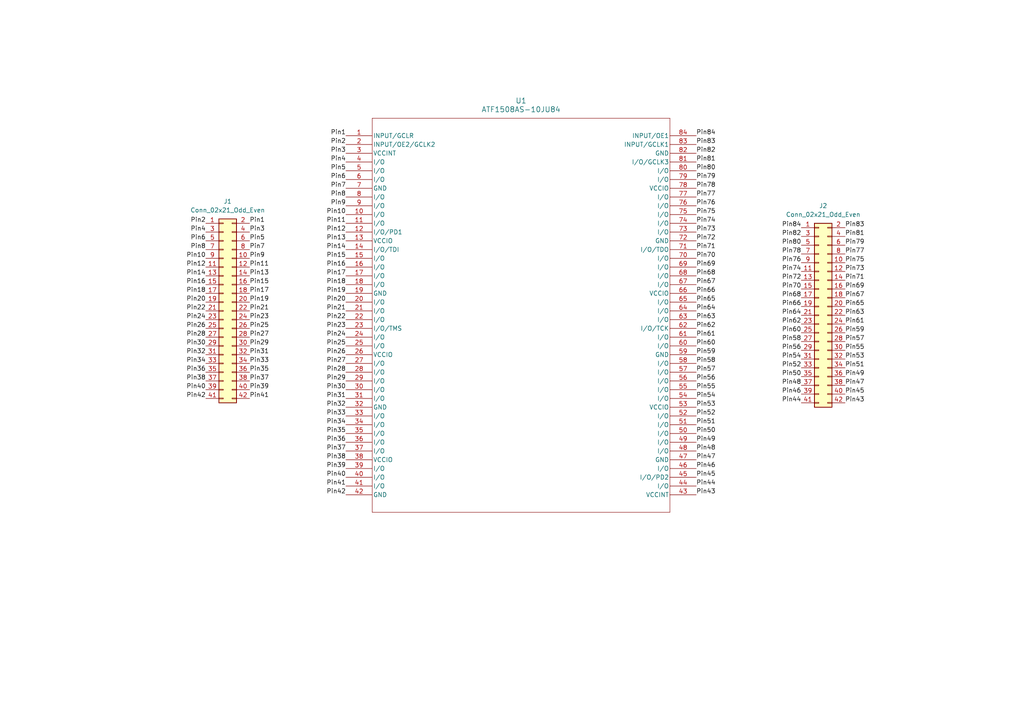
<source format=kicad_sch>
(kicad_sch
	(version 20231120)
	(generator "eeschema")
	(generator_version "8.0")
	(uuid "d7059fac-59d3-40cb-8525-669c9994b2b2")
	(paper "A4")
	(title_block
		(title "PLCC-84 Test Socket Adapter")
		(date "2025-02-20")
		(rev "v1.0")
		(company "Chris Tersteeg")
	)
	(lib_symbols
		(symbol "2025-02-09_06-48-06:ATF1508AS-10JU84"
			(pin_names
				(offset 0.254)
			)
			(exclude_from_sim no)
			(in_bom yes)
			(on_board yes)
			(property "Reference" "U"
				(at 50.8 10.16 0)
				(effects
					(font
						(size 1.524 1.524)
					)
				)
			)
			(property "Value" "ATF1508AS-10JU84"
				(at 50.8 7.62 0)
				(effects
					(font
						(size 1.524 1.524)
					)
				)
			)
			(property "Footprint" "PLCC84_MCH"
				(at 0 0 0)
				(effects
					(font
						(size 1.27 1.27)
						(italic yes)
					)
					(hide yes)
				)
			)
			(property "Datasheet" "ATF1508AS-10JU84"
				(at 0 0 0)
				(effects
					(font
						(size 1.27 1.27)
						(italic yes)
					)
					(hide yes)
				)
			)
			(property "Description" ""
				(at 0 0 0)
				(effects
					(font
						(size 1.27 1.27)
					)
					(hide yes)
				)
			)
			(property "ki_locked" ""
				(at 0 0 0)
				(effects
					(font
						(size 1.27 1.27)
					)
				)
			)
			(property "ki_keywords" "ATF1508AS-10JU84"
				(at 0 0 0)
				(effects
					(font
						(size 1.27 1.27)
					)
					(hide yes)
				)
			)
			(property "ki_fp_filters" "PLCC84_MCH PLCC84_MCH-M PLCC84_MCH-L"
				(at 0 0 0)
				(effects
					(font
						(size 1.27 1.27)
					)
					(hide yes)
				)
			)
			(symbol "ATF1508AS-10JU84_0_1"
				(polyline
					(pts
						(xy 7.62 -109.22) (xy 93.98 -109.22)
					)
					(stroke
						(width 0.127)
						(type default)
					)
					(fill
						(type none)
					)
				)
				(polyline
					(pts
						(xy 7.62 5.08) (xy 7.62 -109.22)
					)
					(stroke
						(width 0.127)
						(type default)
					)
					(fill
						(type none)
					)
				)
				(polyline
					(pts
						(xy 93.98 -109.22) (xy 93.98 5.08)
					)
					(stroke
						(width 0.127)
						(type default)
					)
					(fill
						(type none)
					)
				)
				(polyline
					(pts
						(xy 93.98 5.08) (xy 7.62 5.08)
					)
					(stroke
						(width 0.127)
						(type default)
					)
					(fill
						(type none)
					)
				)
				(pin bidirectional line
					(at 0 0 0)
					(length 7.62)
					(name "INPUT/GCLR"
						(effects
							(font
								(size 1.27 1.27)
							)
						)
					)
					(number "1"
						(effects
							(font
								(size 1.27 1.27)
							)
						)
					)
				)
				(pin bidirectional line
					(at 0 -22.86 0)
					(length 7.62)
					(name "I/O"
						(effects
							(font
								(size 1.27 1.27)
							)
						)
					)
					(number "10"
						(effects
							(font
								(size 1.27 1.27)
							)
						)
					)
				)
				(pin bidirectional line
					(at 0 -25.4 0)
					(length 7.62)
					(name "I/O"
						(effects
							(font
								(size 1.27 1.27)
							)
						)
					)
					(number "11"
						(effects
							(font
								(size 1.27 1.27)
							)
						)
					)
				)
				(pin bidirectional line
					(at 0 -27.94 0)
					(length 7.62)
					(name "I/O/PD1"
						(effects
							(font
								(size 1.27 1.27)
							)
						)
					)
					(number "12"
						(effects
							(font
								(size 1.27 1.27)
							)
						)
					)
				)
				(pin power_in line
					(at 0 -30.48 0)
					(length 7.62)
					(name "VCCIO"
						(effects
							(font
								(size 1.27 1.27)
							)
						)
					)
					(number "13"
						(effects
							(font
								(size 1.27 1.27)
							)
						)
					)
				)
				(pin bidirectional line
					(at 0 -33.02 0)
					(length 7.62)
					(name "I/O/TDI"
						(effects
							(font
								(size 1.27 1.27)
							)
						)
					)
					(number "14"
						(effects
							(font
								(size 1.27 1.27)
							)
						)
					)
				)
				(pin bidirectional line
					(at 0 -35.56 0)
					(length 7.62)
					(name "I/O"
						(effects
							(font
								(size 1.27 1.27)
							)
						)
					)
					(number "15"
						(effects
							(font
								(size 1.27 1.27)
							)
						)
					)
				)
				(pin bidirectional line
					(at 0 -38.1 0)
					(length 7.62)
					(name "I/O"
						(effects
							(font
								(size 1.27 1.27)
							)
						)
					)
					(number "16"
						(effects
							(font
								(size 1.27 1.27)
							)
						)
					)
				)
				(pin bidirectional line
					(at 0 -40.64 0)
					(length 7.62)
					(name "I/O"
						(effects
							(font
								(size 1.27 1.27)
							)
						)
					)
					(number "17"
						(effects
							(font
								(size 1.27 1.27)
							)
						)
					)
				)
				(pin bidirectional line
					(at 0 -43.18 0)
					(length 7.62)
					(name "I/O"
						(effects
							(font
								(size 1.27 1.27)
							)
						)
					)
					(number "18"
						(effects
							(font
								(size 1.27 1.27)
							)
						)
					)
				)
				(pin power_in line
					(at 0 -45.72 0)
					(length 7.62)
					(name "GND"
						(effects
							(font
								(size 1.27 1.27)
							)
						)
					)
					(number "19"
						(effects
							(font
								(size 1.27 1.27)
							)
						)
					)
				)
				(pin bidirectional line
					(at 0 -2.54 0)
					(length 7.62)
					(name "INPUT/OE2/GCLK2"
						(effects
							(font
								(size 1.27 1.27)
							)
						)
					)
					(number "2"
						(effects
							(font
								(size 1.27 1.27)
							)
						)
					)
				)
				(pin bidirectional line
					(at 0 -48.26 0)
					(length 7.62)
					(name "I/O"
						(effects
							(font
								(size 1.27 1.27)
							)
						)
					)
					(number "20"
						(effects
							(font
								(size 1.27 1.27)
							)
						)
					)
				)
				(pin bidirectional line
					(at 0 -50.8 0)
					(length 7.62)
					(name "I/O"
						(effects
							(font
								(size 1.27 1.27)
							)
						)
					)
					(number "21"
						(effects
							(font
								(size 1.27 1.27)
							)
						)
					)
				)
				(pin bidirectional line
					(at 0 -53.34 0)
					(length 7.62)
					(name "I/O"
						(effects
							(font
								(size 1.27 1.27)
							)
						)
					)
					(number "22"
						(effects
							(font
								(size 1.27 1.27)
							)
						)
					)
				)
				(pin bidirectional line
					(at 0 -55.88 0)
					(length 7.62)
					(name "I/O/TMS"
						(effects
							(font
								(size 1.27 1.27)
							)
						)
					)
					(number "23"
						(effects
							(font
								(size 1.27 1.27)
							)
						)
					)
				)
				(pin bidirectional line
					(at 0 -58.42 0)
					(length 7.62)
					(name "I/O"
						(effects
							(font
								(size 1.27 1.27)
							)
						)
					)
					(number "24"
						(effects
							(font
								(size 1.27 1.27)
							)
						)
					)
				)
				(pin bidirectional line
					(at 0 -60.96 0)
					(length 7.62)
					(name "I/O"
						(effects
							(font
								(size 1.27 1.27)
							)
						)
					)
					(number "25"
						(effects
							(font
								(size 1.27 1.27)
							)
						)
					)
				)
				(pin power_in line
					(at 0 -63.5 0)
					(length 7.62)
					(name "VCCIO"
						(effects
							(font
								(size 1.27 1.27)
							)
						)
					)
					(number "26"
						(effects
							(font
								(size 1.27 1.27)
							)
						)
					)
				)
				(pin bidirectional line
					(at 0 -66.04 0)
					(length 7.62)
					(name "I/O"
						(effects
							(font
								(size 1.27 1.27)
							)
						)
					)
					(number "27"
						(effects
							(font
								(size 1.27 1.27)
							)
						)
					)
				)
				(pin bidirectional line
					(at 0 -68.58 0)
					(length 7.62)
					(name "I/O"
						(effects
							(font
								(size 1.27 1.27)
							)
						)
					)
					(number "28"
						(effects
							(font
								(size 1.27 1.27)
							)
						)
					)
				)
				(pin bidirectional line
					(at 0 -71.12 0)
					(length 7.62)
					(name "I/O"
						(effects
							(font
								(size 1.27 1.27)
							)
						)
					)
					(number "29"
						(effects
							(font
								(size 1.27 1.27)
							)
						)
					)
				)
				(pin power_in line
					(at 0 -5.08 0)
					(length 7.62)
					(name "VCCINT"
						(effects
							(font
								(size 1.27 1.27)
							)
						)
					)
					(number "3"
						(effects
							(font
								(size 1.27 1.27)
							)
						)
					)
				)
				(pin bidirectional line
					(at 0 -73.66 0)
					(length 7.62)
					(name "I/O"
						(effects
							(font
								(size 1.27 1.27)
							)
						)
					)
					(number "30"
						(effects
							(font
								(size 1.27 1.27)
							)
						)
					)
				)
				(pin bidirectional line
					(at 0 -76.2 0)
					(length 7.62)
					(name "I/O"
						(effects
							(font
								(size 1.27 1.27)
							)
						)
					)
					(number "31"
						(effects
							(font
								(size 1.27 1.27)
							)
						)
					)
				)
				(pin power_in line
					(at 0 -78.74 0)
					(length 7.62)
					(name "GND"
						(effects
							(font
								(size 1.27 1.27)
							)
						)
					)
					(number "32"
						(effects
							(font
								(size 1.27 1.27)
							)
						)
					)
				)
				(pin bidirectional line
					(at 0 -81.28 0)
					(length 7.62)
					(name "I/O"
						(effects
							(font
								(size 1.27 1.27)
							)
						)
					)
					(number "33"
						(effects
							(font
								(size 1.27 1.27)
							)
						)
					)
				)
				(pin bidirectional line
					(at 0 -83.82 0)
					(length 7.62)
					(name "I/O"
						(effects
							(font
								(size 1.27 1.27)
							)
						)
					)
					(number "34"
						(effects
							(font
								(size 1.27 1.27)
							)
						)
					)
				)
				(pin bidirectional line
					(at 0 -86.36 0)
					(length 7.62)
					(name "I/O"
						(effects
							(font
								(size 1.27 1.27)
							)
						)
					)
					(number "35"
						(effects
							(font
								(size 1.27 1.27)
							)
						)
					)
				)
				(pin bidirectional line
					(at 0 -88.9 0)
					(length 7.62)
					(name "I/O"
						(effects
							(font
								(size 1.27 1.27)
							)
						)
					)
					(number "36"
						(effects
							(font
								(size 1.27 1.27)
							)
						)
					)
				)
				(pin bidirectional line
					(at 0 -91.44 0)
					(length 7.62)
					(name "I/O"
						(effects
							(font
								(size 1.27 1.27)
							)
						)
					)
					(number "37"
						(effects
							(font
								(size 1.27 1.27)
							)
						)
					)
				)
				(pin power_in line
					(at 0 -93.98 0)
					(length 7.62)
					(name "VCCIO"
						(effects
							(font
								(size 1.27 1.27)
							)
						)
					)
					(number "38"
						(effects
							(font
								(size 1.27 1.27)
							)
						)
					)
				)
				(pin bidirectional line
					(at 0 -96.52 0)
					(length 7.62)
					(name "I/O"
						(effects
							(font
								(size 1.27 1.27)
							)
						)
					)
					(number "39"
						(effects
							(font
								(size 1.27 1.27)
							)
						)
					)
				)
				(pin bidirectional line
					(at 0 -7.62 0)
					(length 7.62)
					(name "I/O"
						(effects
							(font
								(size 1.27 1.27)
							)
						)
					)
					(number "4"
						(effects
							(font
								(size 1.27 1.27)
							)
						)
					)
				)
				(pin bidirectional line
					(at 0 -99.06 0)
					(length 7.62)
					(name "I/O"
						(effects
							(font
								(size 1.27 1.27)
							)
						)
					)
					(number "40"
						(effects
							(font
								(size 1.27 1.27)
							)
						)
					)
				)
				(pin bidirectional line
					(at 0 -101.6 0)
					(length 7.62)
					(name "I/O"
						(effects
							(font
								(size 1.27 1.27)
							)
						)
					)
					(number "41"
						(effects
							(font
								(size 1.27 1.27)
							)
						)
					)
				)
				(pin power_in line
					(at 0 -104.14 0)
					(length 7.62)
					(name "GND"
						(effects
							(font
								(size 1.27 1.27)
							)
						)
					)
					(number "42"
						(effects
							(font
								(size 1.27 1.27)
							)
						)
					)
				)
				(pin power_in line
					(at 101.6 -104.14 180)
					(length 7.62)
					(name "VCCINT"
						(effects
							(font
								(size 1.27 1.27)
							)
						)
					)
					(number "43"
						(effects
							(font
								(size 1.27 1.27)
							)
						)
					)
				)
				(pin bidirectional line
					(at 101.6 -101.6 180)
					(length 7.62)
					(name "I/O"
						(effects
							(font
								(size 1.27 1.27)
							)
						)
					)
					(number "44"
						(effects
							(font
								(size 1.27 1.27)
							)
						)
					)
				)
				(pin bidirectional line
					(at 101.6 -99.06 180)
					(length 7.62)
					(name "I/O/PD2"
						(effects
							(font
								(size 1.27 1.27)
							)
						)
					)
					(number "45"
						(effects
							(font
								(size 1.27 1.27)
							)
						)
					)
				)
				(pin bidirectional line
					(at 101.6 -96.52 180)
					(length 7.62)
					(name "I/O"
						(effects
							(font
								(size 1.27 1.27)
							)
						)
					)
					(number "46"
						(effects
							(font
								(size 1.27 1.27)
							)
						)
					)
				)
				(pin power_in line
					(at 101.6 -93.98 180)
					(length 7.62)
					(name "GND"
						(effects
							(font
								(size 1.27 1.27)
							)
						)
					)
					(number "47"
						(effects
							(font
								(size 1.27 1.27)
							)
						)
					)
				)
				(pin bidirectional line
					(at 101.6 -91.44 180)
					(length 7.62)
					(name "I/O"
						(effects
							(font
								(size 1.27 1.27)
							)
						)
					)
					(number "48"
						(effects
							(font
								(size 1.27 1.27)
							)
						)
					)
				)
				(pin bidirectional line
					(at 101.6 -88.9 180)
					(length 7.62)
					(name "I/O"
						(effects
							(font
								(size 1.27 1.27)
							)
						)
					)
					(number "49"
						(effects
							(font
								(size 1.27 1.27)
							)
						)
					)
				)
				(pin bidirectional line
					(at 0 -10.16 0)
					(length 7.62)
					(name "I/O"
						(effects
							(font
								(size 1.27 1.27)
							)
						)
					)
					(number "5"
						(effects
							(font
								(size 1.27 1.27)
							)
						)
					)
				)
				(pin bidirectional line
					(at 101.6 -86.36 180)
					(length 7.62)
					(name "I/O"
						(effects
							(font
								(size 1.27 1.27)
							)
						)
					)
					(number "50"
						(effects
							(font
								(size 1.27 1.27)
							)
						)
					)
				)
				(pin bidirectional line
					(at 101.6 -83.82 180)
					(length 7.62)
					(name "I/O"
						(effects
							(font
								(size 1.27 1.27)
							)
						)
					)
					(number "51"
						(effects
							(font
								(size 1.27 1.27)
							)
						)
					)
				)
				(pin bidirectional line
					(at 101.6 -81.28 180)
					(length 7.62)
					(name "I/O"
						(effects
							(font
								(size 1.27 1.27)
							)
						)
					)
					(number "52"
						(effects
							(font
								(size 1.27 1.27)
							)
						)
					)
				)
				(pin power_in line
					(at 101.6 -78.74 180)
					(length 7.62)
					(name "VCCIO"
						(effects
							(font
								(size 1.27 1.27)
							)
						)
					)
					(number "53"
						(effects
							(font
								(size 1.27 1.27)
							)
						)
					)
				)
				(pin bidirectional line
					(at 101.6 -76.2 180)
					(length 7.62)
					(name "I/O"
						(effects
							(font
								(size 1.27 1.27)
							)
						)
					)
					(number "54"
						(effects
							(font
								(size 1.27 1.27)
							)
						)
					)
				)
				(pin bidirectional line
					(at 101.6 -73.66 180)
					(length 7.62)
					(name "I/O"
						(effects
							(font
								(size 1.27 1.27)
							)
						)
					)
					(number "55"
						(effects
							(font
								(size 1.27 1.27)
							)
						)
					)
				)
				(pin bidirectional line
					(at 101.6 -71.12 180)
					(length 7.62)
					(name "I/O"
						(effects
							(font
								(size 1.27 1.27)
							)
						)
					)
					(number "56"
						(effects
							(font
								(size 1.27 1.27)
							)
						)
					)
				)
				(pin bidirectional line
					(at 101.6 -68.58 180)
					(length 7.62)
					(name "I/O"
						(effects
							(font
								(size 1.27 1.27)
							)
						)
					)
					(number "57"
						(effects
							(font
								(size 1.27 1.27)
							)
						)
					)
				)
				(pin bidirectional line
					(at 101.6 -66.04 180)
					(length 7.62)
					(name "I/O"
						(effects
							(font
								(size 1.27 1.27)
							)
						)
					)
					(number "58"
						(effects
							(font
								(size 1.27 1.27)
							)
						)
					)
				)
				(pin power_in line
					(at 101.6 -63.5 180)
					(length 7.62)
					(name "GND"
						(effects
							(font
								(size 1.27 1.27)
							)
						)
					)
					(number "59"
						(effects
							(font
								(size 1.27 1.27)
							)
						)
					)
				)
				(pin bidirectional line
					(at 0 -12.7 0)
					(length 7.62)
					(name "I/O"
						(effects
							(font
								(size 1.27 1.27)
							)
						)
					)
					(number "6"
						(effects
							(font
								(size 1.27 1.27)
							)
						)
					)
				)
				(pin bidirectional line
					(at 101.6 -60.96 180)
					(length 7.62)
					(name "I/O"
						(effects
							(font
								(size 1.27 1.27)
							)
						)
					)
					(number "60"
						(effects
							(font
								(size 1.27 1.27)
							)
						)
					)
				)
				(pin bidirectional line
					(at 101.6 -58.42 180)
					(length 7.62)
					(name "I/O"
						(effects
							(font
								(size 1.27 1.27)
							)
						)
					)
					(number "61"
						(effects
							(font
								(size 1.27 1.27)
							)
						)
					)
				)
				(pin bidirectional line
					(at 101.6 -55.88 180)
					(length 7.62)
					(name "I/O/TCK"
						(effects
							(font
								(size 1.27 1.27)
							)
						)
					)
					(number "62"
						(effects
							(font
								(size 1.27 1.27)
							)
						)
					)
				)
				(pin bidirectional line
					(at 101.6 -53.34 180)
					(length 7.62)
					(name "I/O"
						(effects
							(font
								(size 1.27 1.27)
							)
						)
					)
					(number "63"
						(effects
							(font
								(size 1.27 1.27)
							)
						)
					)
				)
				(pin bidirectional line
					(at 101.6 -50.8 180)
					(length 7.62)
					(name "I/O"
						(effects
							(font
								(size 1.27 1.27)
							)
						)
					)
					(number "64"
						(effects
							(font
								(size 1.27 1.27)
							)
						)
					)
				)
				(pin bidirectional line
					(at 101.6 -48.26 180)
					(length 7.62)
					(name "I/O"
						(effects
							(font
								(size 1.27 1.27)
							)
						)
					)
					(number "65"
						(effects
							(font
								(size 1.27 1.27)
							)
						)
					)
				)
				(pin power_in line
					(at 101.6 -45.72 180)
					(length 7.62)
					(name "VCCIO"
						(effects
							(font
								(size 1.27 1.27)
							)
						)
					)
					(number "66"
						(effects
							(font
								(size 1.27 1.27)
							)
						)
					)
				)
				(pin bidirectional line
					(at 101.6 -43.18 180)
					(length 7.62)
					(name "I/O"
						(effects
							(font
								(size 1.27 1.27)
							)
						)
					)
					(number "67"
						(effects
							(font
								(size 1.27 1.27)
							)
						)
					)
				)
				(pin bidirectional line
					(at 101.6 -40.64 180)
					(length 7.62)
					(name "I/O"
						(effects
							(font
								(size 1.27 1.27)
							)
						)
					)
					(number "68"
						(effects
							(font
								(size 1.27 1.27)
							)
						)
					)
				)
				(pin bidirectional line
					(at 101.6 -38.1 180)
					(length 7.62)
					(name "I/O"
						(effects
							(font
								(size 1.27 1.27)
							)
						)
					)
					(number "69"
						(effects
							(font
								(size 1.27 1.27)
							)
						)
					)
				)
				(pin power_in line
					(at 0 -15.24 0)
					(length 7.62)
					(name "GND"
						(effects
							(font
								(size 1.27 1.27)
							)
						)
					)
					(number "7"
						(effects
							(font
								(size 1.27 1.27)
							)
						)
					)
				)
				(pin bidirectional line
					(at 101.6 -35.56 180)
					(length 7.62)
					(name "I/O"
						(effects
							(font
								(size 1.27 1.27)
							)
						)
					)
					(number "70"
						(effects
							(font
								(size 1.27 1.27)
							)
						)
					)
				)
				(pin bidirectional line
					(at 101.6 -33.02 180)
					(length 7.62)
					(name "I/O/TDO"
						(effects
							(font
								(size 1.27 1.27)
							)
						)
					)
					(number "71"
						(effects
							(font
								(size 1.27 1.27)
							)
						)
					)
				)
				(pin power_in line
					(at 101.6 -30.48 180)
					(length 7.62)
					(name "GND"
						(effects
							(font
								(size 1.27 1.27)
							)
						)
					)
					(number "72"
						(effects
							(font
								(size 1.27 1.27)
							)
						)
					)
				)
				(pin bidirectional line
					(at 101.6 -27.94 180)
					(length 7.62)
					(name "I/O"
						(effects
							(font
								(size 1.27 1.27)
							)
						)
					)
					(number "73"
						(effects
							(font
								(size 1.27 1.27)
							)
						)
					)
				)
				(pin bidirectional line
					(at 101.6 -25.4 180)
					(length 7.62)
					(name "I/O"
						(effects
							(font
								(size 1.27 1.27)
							)
						)
					)
					(number "74"
						(effects
							(font
								(size 1.27 1.27)
							)
						)
					)
				)
				(pin bidirectional line
					(at 101.6 -22.86 180)
					(length 7.62)
					(name "I/O"
						(effects
							(font
								(size 1.27 1.27)
							)
						)
					)
					(number "75"
						(effects
							(font
								(size 1.27 1.27)
							)
						)
					)
				)
				(pin bidirectional line
					(at 101.6 -20.32 180)
					(length 7.62)
					(name "I/O"
						(effects
							(font
								(size 1.27 1.27)
							)
						)
					)
					(number "76"
						(effects
							(font
								(size 1.27 1.27)
							)
						)
					)
				)
				(pin bidirectional line
					(at 101.6 -17.78 180)
					(length 7.62)
					(name "I/O"
						(effects
							(font
								(size 1.27 1.27)
							)
						)
					)
					(number "77"
						(effects
							(font
								(size 1.27 1.27)
							)
						)
					)
				)
				(pin power_in line
					(at 101.6 -15.24 180)
					(length 7.62)
					(name "VCCIO"
						(effects
							(font
								(size 1.27 1.27)
							)
						)
					)
					(number "78"
						(effects
							(font
								(size 1.27 1.27)
							)
						)
					)
				)
				(pin bidirectional line
					(at 101.6 -12.7 180)
					(length 7.62)
					(name "I/O"
						(effects
							(font
								(size 1.27 1.27)
							)
						)
					)
					(number "79"
						(effects
							(font
								(size 1.27 1.27)
							)
						)
					)
				)
				(pin bidirectional line
					(at 0 -17.78 0)
					(length 7.62)
					(name "I/O"
						(effects
							(font
								(size 1.27 1.27)
							)
						)
					)
					(number "8"
						(effects
							(font
								(size 1.27 1.27)
							)
						)
					)
				)
				(pin bidirectional line
					(at 101.6 -10.16 180)
					(length 7.62)
					(name "I/O"
						(effects
							(font
								(size 1.27 1.27)
							)
						)
					)
					(number "80"
						(effects
							(font
								(size 1.27 1.27)
							)
						)
					)
				)
				(pin bidirectional line
					(at 101.6 -7.62 180)
					(length 7.62)
					(name "I/O/GCLK3"
						(effects
							(font
								(size 1.27 1.27)
							)
						)
					)
					(number "81"
						(effects
							(font
								(size 1.27 1.27)
							)
						)
					)
				)
				(pin power_in line
					(at 101.6 -5.08 180)
					(length 7.62)
					(name "GND"
						(effects
							(font
								(size 1.27 1.27)
							)
						)
					)
					(number "82"
						(effects
							(font
								(size 1.27 1.27)
							)
						)
					)
				)
				(pin bidirectional line
					(at 101.6 -2.54 180)
					(length 7.62)
					(name "INPUT/GCLK1"
						(effects
							(font
								(size 1.27 1.27)
							)
						)
					)
					(number "83"
						(effects
							(font
								(size 1.27 1.27)
							)
						)
					)
				)
				(pin bidirectional line
					(at 101.6 0 180)
					(length 7.62)
					(name "INPUT/OE1"
						(effects
							(font
								(size 1.27 1.27)
							)
						)
					)
					(number "84"
						(effects
							(font
								(size 1.27 1.27)
							)
						)
					)
				)
				(pin bidirectional line
					(at 0 -20.32 0)
					(length 7.62)
					(name "I/O"
						(effects
							(font
								(size 1.27 1.27)
							)
						)
					)
					(number "9"
						(effects
							(font
								(size 1.27 1.27)
							)
						)
					)
				)
			)
		)
		(symbol "Connector_Generic:Conn_02x21_Odd_Even"
			(pin_names
				(offset 1.016) hide)
			(exclude_from_sim no)
			(in_bom yes)
			(on_board yes)
			(property "Reference" "J"
				(at 1.27 27.94 0)
				(effects
					(font
						(size 1.27 1.27)
					)
				)
			)
			(property "Value" "Conn_02x21_Odd_Even"
				(at 1.27 -27.94 0)
				(effects
					(font
						(size 1.27 1.27)
					)
				)
			)
			(property "Footprint" ""
				(at 0 0 0)
				(effects
					(font
						(size 1.27 1.27)
					)
					(hide yes)
				)
			)
			(property "Datasheet" "~"
				(at 0 0 0)
				(effects
					(font
						(size 1.27 1.27)
					)
					(hide yes)
				)
			)
			(property "Description" "Generic connector, double row, 02x21, odd/even pin numbering scheme (row 1 odd numbers, row 2 even numbers), script generated (kicad-library-utils/schlib/autogen/connector/)"
				(at 0 0 0)
				(effects
					(font
						(size 1.27 1.27)
					)
					(hide yes)
				)
			)
			(property "ki_keywords" "connector"
				(at 0 0 0)
				(effects
					(font
						(size 1.27 1.27)
					)
					(hide yes)
				)
			)
			(property "ki_fp_filters" "Connector*:*_2x??_*"
				(at 0 0 0)
				(effects
					(font
						(size 1.27 1.27)
					)
					(hide yes)
				)
			)
			(symbol "Conn_02x21_Odd_Even_1_1"
				(rectangle
					(start -1.27 -25.273)
					(end 0 -25.527)
					(stroke
						(width 0.1524)
						(type default)
					)
					(fill
						(type none)
					)
				)
				(rectangle
					(start -1.27 -22.733)
					(end 0 -22.987)
					(stroke
						(width 0.1524)
						(type default)
					)
					(fill
						(type none)
					)
				)
				(rectangle
					(start -1.27 -20.193)
					(end 0 -20.447)
					(stroke
						(width 0.1524)
						(type default)
					)
					(fill
						(type none)
					)
				)
				(rectangle
					(start -1.27 -17.653)
					(end 0 -17.907)
					(stroke
						(width 0.1524)
						(type default)
					)
					(fill
						(type none)
					)
				)
				(rectangle
					(start -1.27 -15.113)
					(end 0 -15.367)
					(stroke
						(width 0.1524)
						(type default)
					)
					(fill
						(type none)
					)
				)
				(rectangle
					(start -1.27 -12.573)
					(end 0 -12.827)
					(stroke
						(width 0.1524)
						(type default)
					)
					(fill
						(type none)
					)
				)
				(rectangle
					(start -1.27 -10.033)
					(end 0 -10.287)
					(stroke
						(width 0.1524)
						(type default)
					)
					(fill
						(type none)
					)
				)
				(rectangle
					(start -1.27 -7.493)
					(end 0 -7.747)
					(stroke
						(width 0.1524)
						(type default)
					)
					(fill
						(type none)
					)
				)
				(rectangle
					(start -1.27 -4.953)
					(end 0 -5.207)
					(stroke
						(width 0.1524)
						(type default)
					)
					(fill
						(type none)
					)
				)
				(rectangle
					(start -1.27 -2.413)
					(end 0 -2.667)
					(stroke
						(width 0.1524)
						(type default)
					)
					(fill
						(type none)
					)
				)
				(rectangle
					(start -1.27 0.127)
					(end 0 -0.127)
					(stroke
						(width 0.1524)
						(type default)
					)
					(fill
						(type none)
					)
				)
				(rectangle
					(start -1.27 2.667)
					(end 0 2.413)
					(stroke
						(width 0.1524)
						(type default)
					)
					(fill
						(type none)
					)
				)
				(rectangle
					(start -1.27 5.207)
					(end 0 4.953)
					(stroke
						(width 0.1524)
						(type default)
					)
					(fill
						(type none)
					)
				)
				(rectangle
					(start -1.27 7.747)
					(end 0 7.493)
					(stroke
						(width 0.1524)
						(type default)
					)
					(fill
						(type none)
					)
				)
				(rectangle
					(start -1.27 10.287)
					(end 0 10.033)
					(stroke
						(width 0.1524)
						(type default)
					)
					(fill
						(type none)
					)
				)
				(rectangle
					(start -1.27 12.827)
					(end 0 12.573)
					(stroke
						(width 0.1524)
						(type default)
					)
					(fill
						(type none)
					)
				)
				(rectangle
					(start -1.27 15.367)
					(end 0 15.113)
					(stroke
						(width 0.1524)
						(type default)
					)
					(fill
						(type none)
					)
				)
				(rectangle
					(start -1.27 17.907)
					(end 0 17.653)
					(stroke
						(width 0.1524)
						(type default)
					)
					(fill
						(type none)
					)
				)
				(rectangle
					(start -1.27 20.447)
					(end 0 20.193)
					(stroke
						(width 0.1524)
						(type default)
					)
					(fill
						(type none)
					)
				)
				(rectangle
					(start -1.27 22.987)
					(end 0 22.733)
					(stroke
						(width 0.1524)
						(type default)
					)
					(fill
						(type none)
					)
				)
				(rectangle
					(start -1.27 25.527)
					(end 0 25.273)
					(stroke
						(width 0.1524)
						(type default)
					)
					(fill
						(type none)
					)
				)
				(rectangle
					(start -1.27 26.67)
					(end 3.81 -26.67)
					(stroke
						(width 0.254)
						(type default)
					)
					(fill
						(type background)
					)
				)
				(rectangle
					(start 3.81 -25.273)
					(end 2.54 -25.527)
					(stroke
						(width 0.1524)
						(type default)
					)
					(fill
						(type none)
					)
				)
				(rectangle
					(start 3.81 -22.733)
					(end 2.54 -22.987)
					(stroke
						(width 0.1524)
						(type default)
					)
					(fill
						(type none)
					)
				)
				(rectangle
					(start 3.81 -20.193)
					(end 2.54 -20.447)
					(stroke
						(width 0.1524)
						(type default)
					)
					(fill
						(type none)
					)
				)
				(rectangle
					(start 3.81 -17.653)
					(end 2.54 -17.907)
					(stroke
						(width 0.1524)
						(type default)
					)
					(fill
						(type none)
					)
				)
				(rectangle
					(start 3.81 -15.113)
					(end 2.54 -15.367)
					(stroke
						(width 0.1524)
						(type default)
					)
					(fill
						(type none)
					)
				)
				(rectangle
					(start 3.81 -12.573)
					(end 2.54 -12.827)
					(stroke
						(width 0.1524)
						(type default)
					)
					(fill
						(type none)
					)
				)
				(rectangle
					(start 3.81 -10.033)
					(end 2.54 -10.287)
					(stroke
						(width 0.1524)
						(type default)
					)
					(fill
						(type none)
					)
				)
				(rectangle
					(start 3.81 -7.493)
					(end 2.54 -7.747)
					(stroke
						(width 0.1524)
						(type default)
					)
					(fill
						(type none)
					)
				)
				(rectangle
					(start 3.81 -4.953)
					(end 2.54 -5.207)
					(stroke
						(width 0.1524)
						(type default)
					)
					(fill
						(type none)
					)
				)
				(rectangle
					(start 3.81 -2.413)
					(end 2.54 -2.667)
					(stroke
						(width 0.1524)
						(type default)
					)
					(fill
						(type none)
					)
				)
				(rectangle
					(start 3.81 0.127)
					(end 2.54 -0.127)
					(stroke
						(width 0.1524)
						(type default)
					)
					(fill
						(type none)
					)
				)
				(rectangle
					(start 3.81 2.667)
					(end 2.54 2.413)
					(stroke
						(width 0.1524)
						(type default)
					)
					(fill
						(type none)
					)
				)
				(rectangle
					(start 3.81 5.207)
					(end 2.54 4.953)
					(stroke
						(width 0.1524)
						(type default)
					)
					(fill
						(type none)
					)
				)
				(rectangle
					(start 3.81 7.747)
					(end 2.54 7.493)
					(stroke
						(width 0.1524)
						(type default)
					)
					(fill
						(type none)
					)
				)
				(rectangle
					(start 3.81 10.287)
					(end 2.54 10.033)
					(stroke
						(width 0.1524)
						(type default)
					)
					(fill
						(type none)
					)
				)
				(rectangle
					(start 3.81 12.827)
					(end 2.54 12.573)
					(stroke
						(width 0.1524)
						(type default)
					)
					(fill
						(type none)
					)
				)
				(rectangle
					(start 3.81 15.367)
					(end 2.54 15.113)
					(stroke
						(width 0.1524)
						(type default)
					)
					(fill
						(type none)
					)
				)
				(rectangle
					(start 3.81 17.907)
					(end 2.54 17.653)
					(stroke
						(width 0.1524)
						(type default)
					)
					(fill
						(type none)
					)
				)
				(rectangle
					(start 3.81 20.447)
					(end 2.54 20.193)
					(stroke
						(width 0.1524)
						(type default)
					)
					(fill
						(type none)
					)
				)
				(rectangle
					(start 3.81 22.987)
					(end 2.54 22.733)
					(stroke
						(width 0.1524)
						(type default)
					)
					(fill
						(type none)
					)
				)
				(rectangle
					(start 3.81 25.527)
					(end 2.54 25.273)
					(stroke
						(width 0.1524)
						(type default)
					)
					(fill
						(type none)
					)
				)
				(pin passive line
					(at -5.08 25.4 0)
					(length 3.81)
					(name "Pin_1"
						(effects
							(font
								(size 1.27 1.27)
							)
						)
					)
					(number "1"
						(effects
							(font
								(size 1.27 1.27)
							)
						)
					)
				)
				(pin passive line
					(at 7.62 15.24 180)
					(length 3.81)
					(name "Pin_10"
						(effects
							(font
								(size 1.27 1.27)
							)
						)
					)
					(number "10"
						(effects
							(font
								(size 1.27 1.27)
							)
						)
					)
				)
				(pin passive line
					(at -5.08 12.7 0)
					(length 3.81)
					(name "Pin_11"
						(effects
							(font
								(size 1.27 1.27)
							)
						)
					)
					(number "11"
						(effects
							(font
								(size 1.27 1.27)
							)
						)
					)
				)
				(pin passive line
					(at 7.62 12.7 180)
					(length 3.81)
					(name "Pin_12"
						(effects
							(font
								(size 1.27 1.27)
							)
						)
					)
					(number "12"
						(effects
							(font
								(size 1.27 1.27)
							)
						)
					)
				)
				(pin passive line
					(at -5.08 10.16 0)
					(length 3.81)
					(name "Pin_13"
						(effects
							(font
								(size 1.27 1.27)
							)
						)
					)
					(number "13"
						(effects
							(font
								(size 1.27 1.27)
							)
						)
					)
				)
				(pin passive line
					(at 7.62 10.16 180)
					(length 3.81)
					(name "Pin_14"
						(effects
							(font
								(size 1.27 1.27)
							)
						)
					)
					(number "14"
						(effects
							(font
								(size 1.27 1.27)
							)
						)
					)
				)
				(pin passive line
					(at -5.08 7.62 0)
					(length 3.81)
					(name "Pin_15"
						(effects
							(font
								(size 1.27 1.27)
							)
						)
					)
					(number "15"
						(effects
							(font
								(size 1.27 1.27)
							)
						)
					)
				)
				(pin passive line
					(at 7.62 7.62 180)
					(length 3.81)
					(name "Pin_16"
						(effects
							(font
								(size 1.27 1.27)
							)
						)
					)
					(number "16"
						(effects
							(font
								(size 1.27 1.27)
							)
						)
					)
				)
				(pin passive line
					(at -5.08 5.08 0)
					(length 3.81)
					(name "Pin_17"
						(effects
							(font
								(size 1.27 1.27)
							)
						)
					)
					(number "17"
						(effects
							(font
								(size 1.27 1.27)
							)
						)
					)
				)
				(pin passive line
					(at 7.62 5.08 180)
					(length 3.81)
					(name "Pin_18"
						(effects
							(font
								(size 1.27 1.27)
							)
						)
					)
					(number "18"
						(effects
							(font
								(size 1.27 1.27)
							)
						)
					)
				)
				(pin passive line
					(at -5.08 2.54 0)
					(length 3.81)
					(name "Pin_19"
						(effects
							(font
								(size 1.27 1.27)
							)
						)
					)
					(number "19"
						(effects
							(font
								(size 1.27 1.27)
							)
						)
					)
				)
				(pin passive line
					(at 7.62 25.4 180)
					(length 3.81)
					(name "Pin_2"
						(effects
							(font
								(size 1.27 1.27)
							)
						)
					)
					(number "2"
						(effects
							(font
								(size 1.27 1.27)
							)
						)
					)
				)
				(pin passive line
					(at 7.62 2.54 180)
					(length 3.81)
					(name "Pin_20"
						(effects
							(font
								(size 1.27 1.27)
							)
						)
					)
					(number "20"
						(effects
							(font
								(size 1.27 1.27)
							)
						)
					)
				)
				(pin passive line
					(at -5.08 0 0)
					(length 3.81)
					(name "Pin_21"
						(effects
							(font
								(size 1.27 1.27)
							)
						)
					)
					(number "21"
						(effects
							(font
								(size 1.27 1.27)
							)
						)
					)
				)
				(pin passive line
					(at 7.62 0 180)
					(length 3.81)
					(name "Pin_22"
						(effects
							(font
								(size 1.27 1.27)
							)
						)
					)
					(number "22"
						(effects
							(font
								(size 1.27 1.27)
							)
						)
					)
				)
				(pin passive line
					(at -5.08 -2.54 0)
					(length 3.81)
					(name "Pin_23"
						(effects
							(font
								(size 1.27 1.27)
							)
						)
					)
					(number "23"
						(effects
							(font
								(size 1.27 1.27)
							)
						)
					)
				)
				(pin passive line
					(at 7.62 -2.54 180)
					(length 3.81)
					(name "Pin_24"
						(effects
							(font
								(size 1.27 1.27)
							)
						)
					)
					(number "24"
						(effects
							(font
								(size 1.27 1.27)
							)
						)
					)
				)
				(pin passive line
					(at -5.08 -5.08 0)
					(length 3.81)
					(name "Pin_25"
						(effects
							(font
								(size 1.27 1.27)
							)
						)
					)
					(number "25"
						(effects
							(font
								(size 1.27 1.27)
							)
						)
					)
				)
				(pin passive line
					(at 7.62 -5.08 180)
					(length 3.81)
					(name "Pin_26"
						(effects
							(font
								(size 1.27 1.27)
							)
						)
					)
					(number "26"
						(effects
							(font
								(size 1.27 1.27)
							)
						)
					)
				)
				(pin passive line
					(at -5.08 -7.62 0)
					(length 3.81)
					(name "Pin_27"
						(effects
							(font
								(size 1.27 1.27)
							)
						)
					)
					(number "27"
						(effects
							(font
								(size 1.27 1.27)
							)
						)
					)
				)
				(pin passive line
					(at 7.62 -7.62 180)
					(length 3.81)
					(name "Pin_28"
						(effects
							(font
								(size 1.27 1.27)
							)
						)
					)
					(number "28"
						(effects
							(font
								(size 1.27 1.27)
							)
						)
					)
				)
				(pin passive line
					(at -5.08 -10.16 0)
					(length 3.81)
					(name "Pin_29"
						(effects
							(font
								(size 1.27 1.27)
							)
						)
					)
					(number "29"
						(effects
							(font
								(size 1.27 1.27)
							)
						)
					)
				)
				(pin passive line
					(at -5.08 22.86 0)
					(length 3.81)
					(name "Pin_3"
						(effects
							(font
								(size 1.27 1.27)
							)
						)
					)
					(number "3"
						(effects
							(font
								(size 1.27 1.27)
							)
						)
					)
				)
				(pin passive line
					(at 7.62 -10.16 180)
					(length 3.81)
					(name "Pin_30"
						(effects
							(font
								(size 1.27 1.27)
							)
						)
					)
					(number "30"
						(effects
							(font
								(size 1.27 1.27)
							)
						)
					)
				)
				(pin passive line
					(at -5.08 -12.7 0)
					(length 3.81)
					(name "Pin_31"
						(effects
							(font
								(size 1.27 1.27)
							)
						)
					)
					(number "31"
						(effects
							(font
								(size 1.27 1.27)
							)
						)
					)
				)
				(pin passive line
					(at 7.62 -12.7 180)
					(length 3.81)
					(name "Pin_32"
						(effects
							(font
								(size 1.27 1.27)
							)
						)
					)
					(number "32"
						(effects
							(font
								(size 1.27 1.27)
							)
						)
					)
				)
				(pin passive line
					(at -5.08 -15.24 0)
					(length 3.81)
					(name "Pin_33"
						(effects
							(font
								(size 1.27 1.27)
							)
						)
					)
					(number "33"
						(effects
							(font
								(size 1.27 1.27)
							)
						)
					)
				)
				(pin passive line
					(at 7.62 -15.24 180)
					(length 3.81)
					(name "Pin_34"
						(effects
							(font
								(size 1.27 1.27)
							)
						)
					)
					(number "34"
						(effects
							(font
								(size 1.27 1.27)
							)
						)
					)
				)
				(pin passive line
					(at -5.08 -17.78 0)
					(length 3.81)
					(name "Pin_35"
						(effects
							(font
								(size 1.27 1.27)
							)
						)
					)
					(number "35"
						(effects
							(font
								(size 1.27 1.27)
							)
						)
					)
				)
				(pin passive line
					(at 7.62 -17.78 180)
					(length 3.81)
					(name "Pin_36"
						(effects
							(font
								(size 1.27 1.27)
							)
						)
					)
					(number "36"
						(effects
							(font
								(size 1.27 1.27)
							)
						)
					)
				)
				(pin passive line
					(at -5.08 -20.32 0)
					(length 3.81)
					(name "Pin_37"
						(effects
							(font
								(size 1.27 1.27)
							)
						)
					)
					(number "37"
						(effects
							(font
								(size 1.27 1.27)
							)
						)
					)
				)
				(pin passive line
					(at 7.62 -20.32 180)
					(length 3.81)
					(name "Pin_38"
						(effects
							(font
								(size 1.27 1.27)
							)
						)
					)
					(number "38"
						(effects
							(font
								(size 1.27 1.27)
							)
						)
					)
				)
				(pin passive line
					(at -5.08 -22.86 0)
					(length 3.81)
					(name "Pin_39"
						(effects
							(font
								(size 1.27 1.27)
							)
						)
					)
					(number "39"
						(effects
							(font
								(size 1.27 1.27)
							)
						)
					)
				)
				(pin passive line
					(at 7.62 22.86 180)
					(length 3.81)
					(name "Pin_4"
						(effects
							(font
								(size 1.27 1.27)
							)
						)
					)
					(number "4"
						(effects
							(font
								(size 1.27 1.27)
							)
						)
					)
				)
				(pin passive line
					(at 7.62 -22.86 180)
					(length 3.81)
					(name "Pin_40"
						(effects
							(font
								(size 1.27 1.27)
							)
						)
					)
					(number "40"
						(effects
							(font
								(size 1.27 1.27)
							)
						)
					)
				)
				(pin passive line
					(at -5.08 -25.4 0)
					(length 3.81)
					(name "Pin_41"
						(effects
							(font
								(size 1.27 1.27)
							)
						)
					)
					(number "41"
						(effects
							(font
								(size 1.27 1.27)
							)
						)
					)
				)
				(pin passive line
					(at 7.62 -25.4 180)
					(length 3.81)
					(name "Pin_42"
						(effects
							(font
								(size 1.27 1.27)
							)
						)
					)
					(number "42"
						(effects
							(font
								(size 1.27 1.27)
							)
						)
					)
				)
				(pin passive line
					(at -5.08 20.32 0)
					(length 3.81)
					(name "Pin_5"
						(effects
							(font
								(size 1.27 1.27)
							)
						)
					)
					(number "5"
						(effects
							(font
								(size 1.27 1.27)
							)
						)
					)
				)
				(pin passive line
					(at 7.62 20.32 180)
					(length 3.81)
					(name "Pin_6"
						(effects
							(font
								(size 1.27 1.27)
							)
						)
					)
					(number "6"
						(effects
							(font
								(size 1.27 1.27)
							)
						)
					)
				)
				(pin passive line
					(at -5.08 17.78 0)
					(length 3.81)
					(name "Pin_7"
						(effects
							(font
								(size 1.27 1.27)
							)
						)
					)
					(number "7"
						(effects
							(font
								(size 1.27 1.27)
							)
						)
					)
				)
				(pin passive line
					(at 7.62 17.78 180)
					(length 3.81)
					(name "Pin_8"
						(effects
							(font
								(size 1.27 1.27)
							)
						)
					)
					(number "8"
						(effects
							(font
								(size 1.27 1.27)
							)
						)
					)
				)
				(pin passive line
					(at -5.08 15.24 0)
					(length 3.81)
					(name "Pin_9"
						(effects
							(font
								(size 1.27 1.27)
							)
						)
					)
					(number "9"
						(effects
							(font
								(size 1.27 1.27)
							)
						)
					)
				)
			)
		)
	)
	(label "Pin68"
		(at 201.93 80.01 0)
		(fields_autoplaced yes)
		(effects
			(font
				(size 1.27 1.27)
			)
			(justify left bottom)
		)
		(uuid "00382e6a-efe9-475d-ae55-69e2c470be93")
	)
	(label "Pin54"
		(at 232.41 104.14 180)
		(fields_autoplaced yes)
		(effects
			(font
				(size 1.27 1.27)
			)
			(justify right bottom)
		)
		(uuid "0048870e-07a3-454c-8d16-93e5f9876174")
	)
	(label "Pin11"
		(at 100.33 64.77 180)
		(fields_autoplaced yes)
		(effects
			(font
				(size 1.27 1.27)
			)
			(justify right bottom)
		)
		(uuid "02afd4a0-614f-4336-b519-d9ba5293299c")
	)
	(label "Pin72"
		(at 232.41 81.28 180)
		(fields_autoplaced yes)
		(effects
			(font
				(size 1.27 1.27)
			)
			(justify right bottom)
		)
		(uuid "03133ce8-0099-4c9f-ac61-0acfdc03d6cc")
	)
	(label "Pin49"
		(at 245.11 109.22 0)
		(fields_autoplaced yes)
		(effects
			(font
				(size 1.27 1.27)
			)
			(justify left bottom)
		)
		(uuid "0546e295-4739-42d6-a358-f4998b1288d6")
	)
	(label "Pin50"
		(at 201.93 125.73 0)
		(fields_autoplaced yes)
		(effects
			(font
				(size 1.27 1.27)
			)
			(justify left bottom)
		)
		(uuid "0a0a09d1-0c0a-4569-a82f-42ceec0ab411")
	)
	(label "Pin52"
		(at 201.93 120.65 0)
		(fields_autoplaced yes)
		(effects
			(font
				(size 1.27 1.27)
			)
			(justify left bottom)
		)
		(uuid "0a118973-3bc2-4e67-afc3-25d4154ca4dd")
	)
	(label "Pin73"
		(at 245.11 78.74 0)
		(fields_autoplaced yes)
		(effects
			(font
				(size 1.27 1.27)
			)
			(justify left bottom)
		)
		(uuid "0b679bc1-698d-420f-b817-98281844de88")
	)
	(label "Pin45"
		(at 245.11 114.3 0)
		(fields_autoplaced yes)
		(effects
			(font
				(size 1.27 1.27)
			)
			(justify left bottom)
		)
		(uuid "0c102a5f-8804-44d6-9328-d4ce7a1f7d45")
	)
	(label "Pin37"
		(at 100.33 130.81 180)
		(fields_autoplaced yes)
		(effects
			(font
				(size 1.27 1.27)
			)
			(justify right bottom)
		)
		(uuid "0cf9ebd8-286d-4825-82f0-3d0b7e44f69e")
	)
	(label "Pin68"
		(at 232.41 86.36 180)
		(fields_autoplaced yes)
		(effects
			(font
				(size 1.27 1.27)
			)
			(justify right bottom)
		)
		(uuid "0d1f921a-8336-4c32-a0af-200fc1ba86a2")
	)
	(label "Pin55"
		(at 245.11 101.6 0)
		(fields_autoplaced yes)
		(effects
			(font
				(size 1.27 1.27)
			)
			(justify left bottom)
		)
		(uuid "0e5894ce-2545-4e5b-ab40-d923a8836368")
	)
	(label "Pin57"
		(at 245.11 99.06 0)
		(fields_autoplaced yes)
		(effects
			(font
				(size 1.27 1.27)
			)
			(justify left bottom)
		)
		(uuid "106106dd-34c5-4f0f-b259-d11dc3f6e735")
	)
	(label "Pin77"
		(at 201.93 57.15 0)
		(fields_autoplaced yes)
		(effects
			(font
				(size 1.27 1.27)
			)
			(justify left bottom)
		)
		(uuid "11f3c279-bb1d-4771-9ca2-967c8bed7d69")
	)
	(label "Pin60"
		(at 201.93 100.33 0)
		(fields_autoplaced yes)
		(effects
			(font
				(size 1.27 1.27)
			)
			(justify left bottom)
		)
		(uuid "1276dc6f-c92b-4947-9551-0ff2abbdc705")
	)
	(label "Pin13"
		(at 100.33 69.85 180)
		(fields_autoplaced yes)
		(effects
			(font
				(size 1.27 1.27)
			)
			(justify right bottom)
		)
		(uuid "131a70e1-c4f6-461a-b125-bad190b7d26f")
	)
	(label "Pin53"
		(at 201.93 118.11 0)
		(fields_autoplaced yes)
		(effects
			(font
				(size 1.27 1.27)
			)
			(justify left bottom)
		)
		(uuid "15f45300-db9d-4372-9eef-654f0f94a21c")
	)
	(label "Pin3"
		(at 72.39 67.31 0)
		(fields_autoplaced yes)
		(effects
			(font
				(size 1.27 1.27)
			)
			(justify left bottom)
		)
		(uuid "16059080-6057-4f2c-bd0b-f54cfef75ba5")
	)
	(label "Pin44"
		(at 232.41 116.84 180)
		(fields_autoplaced yes)
		(effects
			(font
				(size 1.27 1.27)
			)
			(justify right bottom)
		)
		(uuid "1687ffd2-fb41-4fc0-920e-86b22c9a1953")
	)
	(label "Pin36"
		(at 59.69 107.95 180)
		(fields_autoplaced yes)
		(effects
			(font
				(size 1.27 1.27)
			)
			(justify right bottom)
		)
		(uuid "1cec714f-2fe2-432e-93a1-aebb1093bd5d")
	)
	(label "Pin17"
		(at 72.39 85.09 0)
		(fields_autoplaced yes)
		(effects
			(font
				(size 1.27 1.27)
			)
			(justify left bottom)
		)
		(uuid "1f7822ec-66c8-4ec1-bc10-c5573ed1193d")
	)
	(label "Pin62"
		(at 201.93 95.25 0)
		(fields_autoplaced yes)
		(effects
			(font
				(size 1.27 1.27)
			)
			(justify left bottom)
		)
		(uuid "22d109b7-4753-44a8-bd0f-5b50303d91ad")
	)
	(label "Pin6"
		(at 59.69 69.85 180)
		(fields_autoplaced yes)
		(effects
			(font
				(size 1.27 1.27)
			)
			(justify right bottom)
		)
		(uuid "2876f404-32b0-4929-a825-43edb7b4e414")
	)
	(label "Pin67"
		(at 245.11 86.36 0)
		(fields_autoplaced yes)
		(effects
			(font
				(size 1.27 1.27)
			)
			(justify left bottom)
		)
		(uuid "2912c3ba-46ba-46d5-b613-dbb2d67a42f9")
	)
	(label "Pin19"
		(at 100.33 85.09 180)
		(fields_autoplaced yes)
		(effects
			(font
				(size 1.27 1.27)
			)
			(justify right bottom)
		)
		(uuid "29907347-dbe1-4234-8fb5-2d15765e7f11")
	)
	(label "Pin35"
		(at 72.39 107.95 0)
		(fields_autoplaced yes)
		(effects
			(font
				(size 1.27 1.27)
			)
			(justify left bottom)
		)
		(uuid "29ca48d6-0951-4520-91c5-6e937f55bb53")
	)
	(label "Pin39"
		(at 72.39 113.03 0)
		(fields_autoplaced yes)
		(effects
			(font
				(size 1.27 1.27)
			)
			(justify left bottom)
		)
		(uuid "2a52b96c-b5cd-4d31-8d24-211bdc450eaf")
	)
	(label "Pin76"
		(at 201.93 59.69 0)
		(fields_autoplaced yes)
		(effects
			(font
				(size 1.27 1.27)
			)
			(justify left bottom)
		)
		(uuid "2db82e77-8a83-4aab-a8d4-6e13fc07900a")
	)
	(label "Pin20"
		(at 100.33 87.63 180)
		(fields_autoplaced yes)
		(effects
			(font
				(size 1.27 1.27)
			)
			(justify right bottom)
		)
		(uuid "2f446a15-406d-4e20-bc33-663ac77be532")
	)
	(label "Pin23"
		(at 72.39 92.71 0)
		(fields_autoplaced yes)
		(effects
			(font
				(size 1.27 1.27)
			)
			(justify left bottom)
		)
		(uuid "2fcb0419-bc88-4052-9544-3a93eccb6ce7")
	)
	(label "Pin28"
		(at 59.69 97.79 180)
		(fields_autoplaced yes)
		(effects
			(font
				(size 1.27 1.27)
			)
			(justify right bottom)
		)
		(uuid "32463bc4-0b6f-433d-84f9-f9314aed38f2")
	)
	(label "Pin25"
		(at 100.33 100.33 180)
		(fields_autoplaced yes)
		(effects
			(font
				(size 1.27 1.27)
			)
			(justify right bottom)
		)
		(uuid "32f388f3-57f0-412b-94ee-ba0c9f78f734")
	)
	(label "Pin1"
		(at 72.39 64.77 0)
		(fields_autoplaced yes)
		(effects
			(font
				(size 1.27 1.27)
			)
			(justify left bottom)
		)
		(uuid "3340afdd-fe1e-44c8-88ae-15c17ac94c58")
	)
	(label "Pin55"
		(at 201.93 113.03 0)
		(fields_autoplaced yes)
		(effects
			(font
				(size 1.27 1.27)
			)
			(justify left bottom)
		)
		(uuid "338c64ae-dcbe-4315-9bc3-1310dd6125d5")
	)
	(label "Pin24"
		(at 59.69 92.71 180)
		(fields_autoplaced yes)
		(effects
			(font
				(size 1.27 1.27)
			)
			(justify right bottom)
		)
		(uuid "34aabdce-5044-4b38-9ffa-f1fc83fecb96")
	)
	(label "Pin66"
		(at 201.93 85.09 0)
		(fields_autoplaced yes)
		(effects
			(font
				(size 1.27 1.27)
			)
			(justify left bottom)
		)
		(uuid "3610634e-6ace-4e5c-a21b-920172443ab5")
	)
	(label "Pin24"
		(at 100.33 97.79 180)
		(fields_autoplaced yes)
		(effects
			(font
				(size 1.27 1.27)
			)
			(justify right bottom)
		)
		(uuid "37a8da57-37d7-4e59-b8c4-e49be0d4f240")
	)
	(label "Pin15"
		(at 100.33 74.93 180)
		(fields_autoplaced yes)
		(effects
			(font
				(size 1.27 1.27)
			)
			(justify right bottom)
		)
		(uuid "396d5523-4555-49f1-9bb6-55ac3fd23b7a")
	)
	(label "Pin14"
		(at 59.69 80.01 180)
		(fields_autoplaced yes)
		(effects
			(font
				(size 1.27 1.27)
			)
			(justify right bottom)
		)
		(uuid "3a377726-1cb1-498d-8a6d-7660ea0101b9")
	)
	(label "Pin47"
		(at 245.11 111.76 0)
		(fields_autoplaced yes)
		(effects
			(font
				(size 1.27 1.27)
			)
			(justify left bottom)
		)
		(uuid "3ce77eb1-7957-4a3e-84b1-60d0d41095b3")
	)
	(label "Pin72"
		(at 201.93 69.85 0)
		(fields_autoplaced yes)
		(effects
			(font
				(size 1.27 1.27)
			)
			(justify left bottom)
		)
		(uuid "3f89f98a-7a99-4263-be5e-76afd0e5b327")
	)
	(label "Pin26"
		(at 59.69 95.25 180)
		(fields_autoplaced yes)
		(effects
			(font
				(size 1.27 1.27)
			)
			(justify right bottom)
		)
		(uuid "42076a70-c44f-4d4a-9e94-59d96ed468eb")
	)
	(label "Pin49"
		(at 201.93 128.27 0)
		(fields_autoplaced yes)
		(effects
			(font
				(size 1.27 1.27)
			)
			(justify left bottom)
		)
		(uuid "426f1d2e-360d-47f9-9d9b-9ad778ac62a4")
	)
	(label "Pin56"
		(at 232.41 101.6 180)
		(fields_autoplaced yes)
		(effects
			(font
				(size 1.27 1.27)
			)
			(justify right bottom)
		)
		(uuid "45f15d3f-b489-4c30-a6e8-3ddb1e79e807")
	)
	(label "Pin79"
		(at 245.11 71.12 0)
		(fields_autoplaced yes)
		(effects
			(font
				(size 1.27 1.27)
			)
			(justify left bottom)
		)
		(uuid "462a0900-31e1-4ba8-845f-62e47ad8c396")
	)
	(label "Pin37"
		(at 72.39 110.49 0)
		(fields_autoplaced yes)
		(effects
			(font
				(size 1.27 1.27)
			)
			(justify left bottom)
		)
		(uuid "463ee596-fbb4-4629-a908-04316e4460a9")
	)
	(label "Pin27"
		(at 72.39 97.79 0)
		(fields_autoplaced yes)
		(effects
			(font
				(size 1.27 1.27)
			)
			(justify left bottom)
		)
		(uuid "47545669-9734-4a12-97c6-d975878d4827")
	)
	(label "Pin33"
		(at 72.39 105.41 0)
		(fields_autoplaced yes)
		(effects
			(font
				(size 1.27 1.27)
			)
			(justify left bottom)
		)
		(uuid "49115c02-dbeb-4a8c-9fbe-71af8a7d6555")
	)
	(label "Pin12"
		(at 59.69 77.47 180)
		(fields_autoplaced yes)
		(effects
			(font
				(size 1.27 1.27)
			)
			(justify right bottom)
		)
		(uuid "49284ab9-689c-44d9-b6ff-d98b99abbf31")
	)
	(label "Pin69"
		(at 245.11 83.82 0)
		(fields_autoplaced yes)
		(effects
			(font
				(size 1.27 1.27)
			)
			(justify left bottom)
		)
		(uuid "499ddd3f-7176-45b2-bab2-0f98cfad9caf")
	)
	(label "Pin35"
		(at 100.33 125.73 180)
		(fields_autoplaced yes)
		(effects
			(font
				(size 1.27 1.27)
			)
			(justify right bottom)
		)
		(uuid "4aca6ec1-1e81-4a2e-831e-ae8adf23e3d8")
	)
	(label "Pin71"
		(at 201.93 72.39 0)
		(fields_autoplaced yes)
		(effects
			(font
				(size 1.27 1.27)
			)
			(justify left bottom)
		)
		(uuid "4b0eebbf-5317-4e7f-b9dc-0a38c24d53d3")
	)
	(label "Pin6"
		(at 100.33 52.07 180)
		(fields_autoplaced yes)
		(effects
			(font
				(size 1.27 1.27)
			)
			(justify right bottom)
		)
		(uuid "4b83387e-0189-457c-b121-9a745e820504")
	)
	(label "Pin17"
		(at 100.33 80.01 180)
		(fields_autoplaced yes)
		(effects
			(font
				(size 1.27 1.27)
			)
			(justify right bottom)
		)
		(uuid "4ca36cde-8e1e-4b91-a2f7-c65172f0cd21")
	)
	(label "Pin4"
		(at 100.33 46.99 180)
		(fields_autoplaced yes)
		(effects
			(font
				(size 1.27 1.27)
			)
			(justify right bottom)
		)
		(uuid "4dda8a88-14c9-4f64-8234-1e789af71790")
	)
	(label "Pin74"
		(at 201.93 64.77 0)
		(fields_autoplaced yes)
		(effects
			(font
				(size 1.27 1.27)
			)
			(justify left bottom)
		)
		(uuid "4ec85b3b-32e4-4ee0-9cb0-a6134018a20b")
	)
	(label "Pin69"
		(at 201.93 77.47 0)
		(fields_autoplaced yes)
		(effects
			(font
				(size 1.27 1.27)
			)
			(justify left bottom)
		)
		(uuid "4f1b2fa8-de34-4004-82d6-1231c00c34e9")
	)
	(label "Pin36"
		(at 100.33 128.27 180)
		(fields_autoplaced yes)
		(effects
			(font
				(size 1.27 1.27)
			)
			(justify right bottom)
		)
		(uuid "4fa061e4-e798-4e6a-986b-64acf0e8d465")
	)
	(label "Pin30"
		(at 100.33 113.03 180)
		(fields_autoplaced yes)
		(effects
			(font
				(size 1.27 1.27)
			)
			(justify right bottom)
		)
		(uuid "514ca812-a8ea-4df3-b1d0-1d03e081112b")
	)
	(label "Pin34"
		(at 59.69 105.41 180)
		(fields_autoplaced yes)
		(effects
			(font
				(size 1.27 1.27)
			)
			(justify right bottom)
		)
		(uuid "54577c45-1b1a-498f-9ce7-67ca8c0645b3")
	)
	(label "Pin44"
		(at 201.93 140.97 0)
		(fields_autoplaced yes)
		(effects
			(font
				(size 1.27 1.27)
			)
			(justify left bottom)
		)
		(uuid "556659c5-f265-4396-b45d-9a4c26ffe32e")
	)
	(label "Pin66"
		(at 232.41 88.9 180)
		(fields_autoplaced yes)
		(effects
			(font
				(size 1.27 1.27)
			)
			(justify right bottom)
		)
		(uuid "5bdba21a-2422-4ef7-8c75-63615ce8c394")
	)
	(label "Pin19"
		(at 72.39 87.63 0)
		(fields_autoplaced yes)
		(effects
			(font
				(size 1.27 1.27)
			)
			(justify left bottom)
		)
		(uuid "5cc0b9ce-907f-4fce-90e1-22ac879ac6d9")
	)
	(label "Pin5"
		(at 72.39 69.85 0)
		(fields_autoplaced yes)
		(effects
			(font
				(size 1.27 1.27)
			)
			(justify left bottom)
		)
		(uuid "616fc6fd-866c-4771-b559-b0be2d2b6497")
	)
	(label "Pin75"
		(at 201.93 62.23 0)
		(fields_autoplaced yes)
		(effects
			(font
				(size 1.27 1.27)
			)
			(justify left bottom)
		)
		(uuid "62cc791d-fff3-479e-b1d6-7c49ed5bf14b")
	)
	(label "Pin7"
		(at 72.39 72.39 0)
		(fields_autoplaced yes)
		(effects
			(font
				(size 1.27 1.27)
			)
			(justify left bottom)
		)
		(uuid "66067eb1-c41d-49ba-92ad-a6a58210cc0b")
	)
	(label "Pin42"
		(at 59.69 115.57 180)
		(fields_autoplaced yes)
		(effects
			(font
				(size 1.27 1.27)
			)
			(justify right bottom)
		)
		(uuid "6831d1df-3c6c-4279-83a2-fba2d11435be")
	)
	(label "Pin26"
		(at 100.33 102.87 180)
		(fields_autoplaced yes)
		(effects
			(font
				(size 1.27 1.27)
			)
			(justify right bottom)
		)
		(uuid "69c6ddc5-fc43-4d7f-aff7-ba68e7dfcfb0")
	)
	(label "Pin59"
		(at 201.93 102.87 0)
		(fields_autoplaced yes)
		(effects
			(font
				(size 1.27 1.27)
			)
			(justify left bottom)
		)
		(uuid "69cb063c-f155-4d62-9d81-346b5c3ba1ad")
	)
	(label "Pin75"
		(at 245.11 76.2 0)
		(fields_autoplaced yes)
		(effects
			(font
				(size 1.27 1.27)
			)
			(justify left bottom)
		)
		(uuid "6b75909f-e5aa-4ec1-9897-809d5952ed7a")
	)
	(label "Pin84"
		(at 232.41 66.04 180)
		(fields_autoplaced yes)
		(effects
			(font
				(size 1.27 1.27)
			)
			(justify right bottom)
		)
		(uuid "6beeea34-47fc-41b9-a636-4e603c49e521")
	)
	(label "Pin43"
		(at 201.93 143.51 0)
		(fields_autoplaced yes)
		(effects
			(font
				(size 1.27 1.27)
			)
			(justify left bottom)
		)
		(uuid "6c137922-a782-482f-b9cc-f3a34823a5b9")
	)
	(label "Pin27"
		(at 100.33 105.41 180)
		(fields_autoplaced yes)
		(effects
			(font
				(size 1.27 1.27)
			)
			(justify right bottom)
		)
		(uuid "6dd173d2-33ee-4eb3-9f49-78ffae3feddc")
	)
	(label "Pin48"
		(at 232.41 111.76 180)
		(fields_autoplaced yes)
		(effects
			(font
				(size 1.27 1.27)
			)
			(justify right bottom)
		)
		(uuid "6de90728-ab0d-4640-b551-fdce5d5ff4bb")
	)
	(label "Pin50"
		(at 232.41 109.22 180)
		(fields_autoplaced yes)
		(effects
			(font
				(size 1.27 1.27)
			)
			(justify right bottom)
		)
		(uuid "6e83004e-bf1b-45ad-a057-b37f8cca407b")
	)
	(label "Pin51"
		(at 245.11 106.68 0)
		(fields_autoplaced yes)
		(effects
			(font
				(size 1.27 1.27)
			)
			(justify left bottom)
		)
		(uuid "703663a2-297b-4e50-84a8-4a70188dbd82")
	)
	(label "Pin22"
		(at 59.69 90.17 180)
		(fields_autoplaced yes)
		(effects
			(font
				(size 1.27 1.27)
			)
			(justify right bottom)
		)
		(uuid "74741b2c-8f57-4d76-a1aa-eb1423d52927")
	)
	(label "Pin11"
		(at 72.39 77.47 0)
		(fields_autoplaced yes)
		(effects
			(font
				(size 1.27 1.27)
			)
			(justify left bottom)
		)
		(uuid "74951414-e42a-4502-b5f9-5a8e9770f875")
	)
	(label "Pin28"
		(at 100.33 107.95 180)
		(fields_autoplaced yes)
		(effects
			(font
				(size 1.27 1.27)
			)
			(justify right bottom)
		)
		(uuid "7507cff6-aef3-4de1-86f3-819c72fa65b6")
	)
	(label "Pin58"
		(at 201.93 105.41 0)
		(fields_autoplaced yes)
		(effects
			(font
				(size 1.27 1.27)
			)
			(justify left bottom)
		)
		(uuid "769cc9cc-cdaa-432f-a13f-d9a6b1ab51a0")
	)
	(label "Pin29"
		(at 100.33 110.49 180)
		(fields_autoplaced yes)
		(effects
			(font
				(size 1.27 1.27)
			)
			(justify right bottom)
		)
		(uuid "7732fc4b-b7fc-438b-bf10-73421f2b7923")
	)
	(label "Pin56"
		(at 201.93 110.49 0)
		(fields_autoplaced yes)
		(effects
			(font
				(size 1.27 1.27)
			)
			(justify left bottom)
		)
		(uuid "7878a9e1-f33f-48cd-85e6-584b3598c264")
	)
	(label "Pin9"
		(at 72.39 74.93 0)
		(fields_autoplaced yes)
		(effects
			(font
				(size 1.27 1.27)
			)
			(justify left bottom)
		)
		(uuid "7b25af03-05fc-45a3-a656-a9edd0a5974a")
	)
	(label "Pin21"
		(at 72.39 90.17 0)
		(fields_autoplaced yes)
		(effects
			(font
				(size 1.27 1.27)
			)
			(justify left bottom)
		)
		(uuid "7b3e3f83-4d6e-4421-915b-261cb86a9160")
	)
	(label "Pin77"
		(at 245.11 73.66 0)
		(fields_autoplaced yes)
		(effects
			(font
				(size 1.27 1.27)
			)
			(justify left bottom)
		)
		(uuid "7eea8d96-1045-4384-a592-5b89ef0f4eb4")
	)
	(label "Pin57"
		(at 201.93 107.95 0)
		(fields_autoplaced yes)
		(effects
			(font
				(size 1.27 1.27)
			)
			(justify left bottom)
		)
		(uuid "8156fdc0-858e-4664-88bd-b0bdd560551f")
	)
	(label "Pin76"
		(at 232.41 76.2 180)
		(fields_autoplaced yes)
		(effects
			(font
				(size 1.27 1.27)
			)
			(justify right bottom)
		)
		(uuid "877f3389-ac8f-4c5c-8a76-a576210e988d")
	)
	(label "Pin41"
		(at 100.33 140.97 180)
		(fields_autoplaced yes)
		(effects
			(font
				(size 1.27 1.27)
			)
			(justify right bottom)
		)
		(uuid "8afd13b4-162f-460f-8ced-3802c413d007")
	)
	(label "Pin60"
		(at 232.41 96.52 180)
		(fields_autoplaced yes)
		(effects
			(font
				(size 1.27 1.27)
			)
			(justify right bottom)
		)
		(uuid "8b827b24-6c02-4b7c-b9f0-8fa70207047b")
	)
	(label "Pin59"
		(at 245.11 96.52 0)
		(fields_autoplaced yes)
		(effects
			(font
				(size 1.27 1.27)
			)
			(justify left bottom)
		)
		(uuid "8d78ad48-65c2-4702-8f15-6ad3a099cfac")
	)
	(label "Pin46"
		(at 232.41 114.3 180)
		(fields_autoplaced yes)
		(effects
			(font
				(size 1.27 1.27)
			)
			(justify right bottom)
		)
		(uuid "95c24fb0-29f7-4c40-b8f7-ab7ff2776a87")
	)
	(label "Pin2"
		(at 100.33 41.91 180)
		(fields_autoplaced yes)
		(effects
			(font
				(size 1.27 1.27)
			)
			(justify right bottom)
		)
		(uuid "980519e8-fbc7-4bd1-a1a4-7d2c83de30eb")
	)
	(label "Pin16"
		(at 59.69 82.55 180)
		(fields_autoplaced yes)
		(effects
			(font
				(size 1.27 1.27)
			)
			(justify right bottom)
		)
		(uuid "9b43762b-7f36-4740-8d45-fe175809b25a")
	)
	(label "Pin81"
		(at 245.11 68.58 0)
		(fields_autoplaced yes)
		(effects
			(font
				(size 1.27 1.27)
			)
			(justify left bottom)
		)
		(uuid "9b7f6d0f-3025-4468-bb7d-06b283fda6cb")
	)
	(label "Pin83"
		(at 201.93 41.91 0)
		(fields_autoplaced yes)
		(effects
			(font
				(size 1.27 1.27)
			)
			(justify left bottom)
		)
		(uuid "9cee64b8-9a7e-4255-8721-8664b14e8395")
	)
	(label "Pin83"
		(at 245.11 66.04 0)
		(fields_autoplaced yes)
		(effects
			(font
				(size 1.27 1.27)
			)
			(justify left bottom)
		)
		(uuid "9db6ffa4-ac18-4b82-a8ff-000b63b11e94")
	)
	(label "Pin1"
		(at 100.33 39.37 180)
		(fields_autoplaced yes)
		(effects
			(font
				(size 1.27 1.27)
			)
			(justify right bottom)
		)
		(uuid "a0582bc9-efa5-4dc1-aa85-be47098a307e")
	)
	(label "Pin29"
		(at 72.39 100.33 0)
		(fields_autoplaced yes)
		(effects
			(font
				(size 1.27 1.27)
			)
			(justify left bottom)
		)
		(uuid "a35f1dac-3089-40b1-8f28-1cd9553241d3")
	)
	(label "Pin23"
		(at 100.33 95.25 180)
		(fields_autoplaced yes)
		(effects
			(font
				(size 1.27 1.27)
			)
			(justify right bottom)
		)
		(uuid "a493aaeb-7dc6-4fb9-8259-a98d2e69f3d1")
	)
	(label "Pin67"
		(at 201.93 82.55 0)
		(fields_autoplaced yes)
		(effects
			(font
				(size 1.27 1.27)
			)
			(justify left bottom)
		)
		(uuid "a4ab300b-9d77-42e4-89f2-304e0c9fab25")
	)
	(label "Pin5"
		(at 100.33 49.53 180)
		(fields_autoplaced yes)
		(effects
			(font
				(size 1.27 1.27)
			)
			(justify right bottom)
		)
		(uuid "a65ba20c-b691-4e81-9e5f-88f7a4a46951")
	)
	(label "Pin12"
		(at 100.33 67.31 180)
		(fields_autoplaced yes)
		(effects
			(font
				(size 1.27 1.27)
			)
			(justify right bottom)
		)
		(uuid "a7d643aa-9542-4f12-a18c-190e74ff6067")
	)
	(label "Pin78"
		(at 201.93 54.61 0)
		(fields_autoplaced yes)
		(effects
			(font
				(size 1.27 1.27)
			)
			(justify left bottom)
		)
		(uuid "a7f80af5-4111-4943-bf20-7e9948e19489")
	)
	(label "Pin18"
		(at 59.69 85.09 180)
		(fields_autoplaced yes)
		(effects
			(font
				(size 1.27 1.27)
			)
			(justify right bottom)
		)
		(uuid "a8fa80b9-b6a7-4aa9-87b2-de1728ee2324")
	)
	(label "Pin2"
		(at 59.69 64.77 180)
		(fields_autoplaced yes)
		(effects
			(font
				(size 1.27 1.27)
			)
			(justify right bottom)
		)
		(uuid "a9ba10e9-40c5-4d00-9b01-1d1c4f438c60")
	)
	(label "Pin82"
		(at 201.93 44.45 0)
		(fields_autoplaced yes)
		(effects
			(font
				(size 1.27 1.27)
			)
			(justify left bottom)
		)
		(uuid "aa30b2b3-c2ea-462c-9fe2-75b13f336c97")
	)
	(label "Pin42"
		(at 100.33 143.51 180)
		(fields_autoplaced yes)
		(effects
			(font
				(size 1.27 1.27)
			)
			(justify right bottom)
		)
		(uuid "ab85f9ee-c018-45e5-88d4-525fa41828c7")
	)
	(label "Pin70"
		(at 232.41 83.82 180)
		(fields_autoplaced yes)
		(effects
			(font
				(size 1.27 1.27)
			)
			(justify right bottom)
		)
		(uuid "ae1e5df0-001e-48d7-a7d3-2ce98f26080d")
	)
	(label "Pin53"
		(at 245.11 104.14 0)
		(fields_autoplaced yes)
		(effects
			(font
				(size 1.27 1.27)
			)
			(justify left bottom)
		)
		(uuid "ae7b431b-7d7d-4efa-810c-85419454b000")
	)
	(label "Pin70"
		(at 201.93 74.93 0)
		(fields_autoplaced yes)
		(effects
			(font
				(size 1.27 1.27)
			)
			(justify left bottom)
		)
		(uuid "ae92bf41-bfbf-4d58-90b7-6454d78ce4ff")
	)
	(label "Pin58"
		(at 232.41 99.06 180)
		(fields_autoplaced yes)
		(effects
			(font
				(size 1.27 1.27)
			)
			(justify right bottom)
		)
		(uuid "aea97f94-8a8d-4192-9e8b-d1fbfe2dc6c6")
	)
	(label "Pin39"
		(at 100.33 135.89 180)
		(fields_autoplaced yes)
		(effects
			(font
				(size 1.27 1.27)
			)
			(justify right bottom)
		)
		(uuid "af63d92a-3bb8-4f5a-bbe2-011e1fa95e6d")
	)
	(label "Pin43"
		(at 245.11 116.84 0)
		(fields_autoplaced yes)
		(effects
			(font
				(size 1.27 1.27)
			)
			(justify left bottom)
		)
		(uuid "b517104c-09a6-4db1-b5c5-5600a4147c18")
	)
	(label "Pin45"
		(at 201.93 138.43 0)
		(fields_autoplaced yes)
		(effects
			(font
				(size 1.27 1.27)
			)
			(justify left bottom)
		)
		(uuid "b5c1f58d-2032-42fa-8d7b-270f813c541e")
	)
	(label "Pin3"
		(at 100.33 44.45 180)
		(fields_autoplaced yes)
		(effects
			(font
				(size 1.27 1.27)
			)
			(justify right bottom)
		)
		(uuid "b65a14a2-f58f-4315-8626-bda8f564ce4f")
	)
	(label "Pin63"
		(at 245.11 91.44 0)
		(fields_autoplaced yes)
		(effects
			(font
				(size 1.27 1.27)
			)
			(justify left bottom)
		)
		(uuid "bff6c364-4ad4-4402-8993-157192b73fee")
	)
	(label "Pin46"
		(at 201.93 135.89 0)
		(fields_autoplaced yes)
		(effects
			(font
				(size 1.27 1.27)
			)
			(justify left bottom)
		)
		(uuid "c16858da-fcc2-481b-ab2d-90dd50ef0efd")
	)
	(label "Pin65"
		(at 245.11 88.9 0)
		(fields_autoplaced yes)
		(effects
			(font
				(size 1.27 1.27)
			)
			(justify left bottom)
		)
		(uuid "c4528434-0364-4893-a4ab-cd73d94b252d")
	)
	(label "Pin47"
		(at 201.93 133.35 0)
		(fields_autoplaced yes)
		(effects
			(font
				(size 1.27 1.27)
			)
			(justify left bottom)
		)
		(uuid "c4fdb89f-25f1-4b43-986b-0e7052ecb0bc")
	)
	(label "Pin33"
		(at 100.33 120.65 180)
		(fields_autoplaced yes)
		(effects
			(font
				(size 1.27 1.27)
			)
			(justify right bottom)
		)
		(uuid "c64d60bb-bb90-43ca-b2d8-d4ec67357469")
	)
	(label "Pin9"
		(at 100.33 59.69 180)
		(fields_autoplaced yes)
		(effects
			(font
				(size 1.27 1.27)
			)
			(justify right bottom)
		)
		(uuid "c85457ca-a3a3-4607-8b3c-c25f2a823279")
	)
	(label "Pin62"
		(at 232.41 93.98 180)
		(fields_autoplaced yes)
		(effects
			(font
				(size 1.27 1.27)
			)
			(justify right bottom)
		)
		(uuid "c98e2c56-cd5f-481d-9d3e-312be3885e44")
	)
	(label "Pin30"
		(at 59.69 100.33 180)
		(fields_autoplaced yes)
		(effects
			(font
				(size 1.27 1.27)
			)
			(justify right bottom)
		)
		(uuid "cadabcf3-7ea1-4ba6-a8df-d48e3e549936")
	)
	(label "Pin54"
		(at 201.93 115.57 0)
		(fields_autoplaced yes)
		(effects
			(font
				(size 1.27 1.27)
			)
			(justify left bottom)
		)
		(uuid "cb12e12c-ea8e-4731-b074-67241ccada84")
	)
	(label "Pin80"
		(at 201.93 49.53 0)
		(fields_autoplaced yes)
		(effects
			(font
				(size 1.27 1.27)
			)
			(justify left bottom)
		)
		(uuid "cbe6aeee-bac3-4b76-b5f6-056e24e13e4a")
	)
	(label "Pin21"
		(at 100.33 90.17 180)
		(fields_autoplaced yes)
		(effects
			(font
				(size 1.27 1.27)
			)
			(justify right bottom)
		)
		(uuid "ccbb1df3-3088-466f-a286-e3ad96cdce56")
	)
	(label "Pin13"
		(at 72.39 80.01 0)
		(fields_autoplaced yes)
		(effects
			(font
				(size 1.27 1.27)
			)
			(justify left bottom)
		)
		(uuid "cde91aec-9e72-450f-83eb-d053d35337ee")
	)
	(label "Pin34"
		(at 100.33 123.19 180)
		(fields_autoplaced yes)
		(effects
			(font
				(size 1.27 1.27)
			)
			(justify right bottom)
		)
		(uuid "d029a699-9182-4a85-8ce3-20f544ec7efc")
	)
	(label "Pin61"
		(at 245.11 93.98 0)
		(fields_autoplaced yes)
		(effects
			(font
				(size 1.27 1.27)
			)
			(justify left bottom)
		)
		(uuid "d0468c69-f260-41d8-958c-4e2afe521976")
	)
	(label "Pin14"
		(at 100.33 72.39 180)
		(fields_autoplaced yes)
		(effects
			(font
				(size 1.27 1.27)
			)
			(justify right bottom)
		)
		(uuid "d0c45b70-567e-4673-a7e6-e152cf1cb6c8")
	)
	(label "Pin61"
		(at 201.93 97.79 0)
		(fields_autoplaced yes)
		(effects
			(font
				(size 1.27 1.27)
			)
			(justify left bottom)
		)
		(uuid "d155b098-5743-4fd2-a3e6-0252c9e4acf6")
	)
	(label "Pin64"
		(at 232.41 91.44 180)
		(fields_autoplaced yes)
		(effects
			(font
				(size 1.27 1.27)
			)
			(justify right bottom)
		)
		(uuid "d191d725-3cc6-41b6-99bb-cd256e02a9fd")
	)
	(label "Pin65"
		(at 201.93 87.63 0)
		(fields_autoplaced yes)
		(effects
			(font
				(size 1.27 1.27)
			)
			(justify left bottom)
		)
		(uuid "d24ffe16-1e86-4953-b558-e15549db1087")
	)
	(label "Pin82"
		(at 232.41 68.58 180)
		(fields_autoplaced yes)
		(effects
			(font
				(size 1.27 1.27)
			)
			(justify right bottom)
		)
		(uuid "d48f4e07-53de-46aa-a23e-120627c4adc4")
	)
	(label "Pin40"
		(at 100.33 138.43 180)
		(fields_autoplaced yes)
		(effects
			(font
				(size 1.27 1.27)
			)
			(justify right bottom)
		)
		(uuid "d59e33cc-8121-4246-891a-7ae4870f07a7")
	)
	(label "Pin38"
		(at 59.69 110.49 180)
		(fields_autoplaced yes)
		(effects
			(font
				(size 1.27 1.27)
			)
			(justify right bottom)
		)
		(uuid "d636d692-65d9-4beb-8190-2502613fb55f")
	)
	(label "Pin52"
		(at 232.41 106.68 180)
		(fields_autoplaced yes)
		(effects
			(font
				(size 1.27 1.27)
			)
			(justify right bottom)
		)
		(uuid "d64db81f-ef27-4c50-94ac-7192bce1debf")
	)
	(label "Pin10"
		(at 59.69 74.93 180)
		(fields_autoplaced yes)
		(effects
			(font
				(size 1.27 1.27)
			)
			(justify right bottom)
		)
		(uuid "d68bbad6-e504-4921-a0ea-1422b1aef690")
	)
	(label "Pin84"
		(at 201.93 39.37 0)
		(fields_autoplaced yes)
		(effects
			(font
				(size 1.27 1.27)
			)
			(justify left bottom)
		)
		(uuid "d77fc4ed-c6e1-41ee-8155-01a08e4d9c28")
	)
	(label "Pin38"
		(at 100.33 133.35 180)
		(fields_autoplaced yes)
		(effects
			(font
				(size 1.27 1.27)
			)
			(justify right bottom)
		)
		(uuid "d8e0fade-ca5a-48d6-a7a1-ad72321c4cb3")
	)
	(label "Pin22"
		(at 100.33 92.71 180)
		(fields_autoplaced yes)
		(effects
			(font
				(size 1.27 1.27)
			)
			(justify right bottom)
		)
		(uuid "d9826eb6-345d-4291-b113-53d9417a1eff")
	)
	(label "Pin18"
		(at 100.33 82.55 180)
		(fields_autoplaced yes)
		(effects
			(font
				(size 1.27 1.27)
			)
			(justify right bottom)
		)
		(uuid "d9c42ac9-f2c4-4d30-8252-446a127f35a9")
	)
	(label "Pin4"
		(at 59.69 67.31 180)
		(fields_autoplaced yes)
		(effects
			(font
				(size 1.27 1.27)
			)
			(justify right bottom)
		)
		(uuid "dc2dcfbc-0614-4e40-9f89-0191c29b0590")
	)
	(label "Pin48"
		(at 201.93 130.81 0)
		(fields_autoplaced yes)
		(effects
			(font
				(size 1.27 1.27)
			)
			(justify left bottom)
		)
		(uuid "ddd78cda-2e9f-40d1-b5da-945b6d87bba2")
	)
	(label "Pin51"
		(at 201.93 123.19 0)
		(fields_autoplaced yes)
		(effects
			(font
				(size 1.27 1.27)
			)
			(justify left bottom)
		)
		(uuid "ded5c78b-3809-4ff0-b211-1156255b8fca")
	)
	(label "Pin8"
		(at 100.33 57.15 180)
		(fields_autoplaced yes)
		(effects
			(font
				(size 1.27 1.27)
			)
			(justify right bottom)
		)
		(uuid "df3f1dc9-e5c1-458e-ba02-bea1127a0d51")
	)
	(label "Pin81"
		(at 201.93 46.99 0)
		(fields_autoplaced yes)
		(effects
			(font
				(size 1.27 1.27)
			)
			(justify left bottom)
		)
		(uuid "e08a8930-5531-4056-82dc-6b5314edb889")
	)
	(label "Pin80"
		(at 232.41 71.12 180)
		(fields_autoplaced yes)
		(effects
			(font
				(size 1.27 1.27)
			)
			(justify right bottom)
		)
		(uuid "e1b1d907-44de-4db1-abb3-2b231e7079dd")
	)
	(label "Pin63"
		(at 201.93 92.71 0)
		(fields_autoplaced yes)
		(effects
			(font
				(size 1.27 1.27)
			)
			(justify left bottom)
		)
		(uuid "e239632f-cbd3-422d-9c27-b6831d944afc")
	)
	(label "Pin32"
		(at 59.69 102.87 180)
		(fields_autoplaced yes)
		(effects
			(font
				(size 1.27 1.27)
			)
			(justify right bottom)
		)
		(uuid "e35c1203-763d-447f-911a-c424c5bca4d1")
	)
	(label "Pin16"
		(at 100.33 77.47 180)
		(fields_autoplaced yes)
		(effects
			(font
				(size 1.27 1.27)
			)
			(justify right bottom)
		)
		(uuid "e3945f78-6423-40de-978a-add119065447")
	)
	(label "Pin25"
		(at 72.39 95.25 0)
		(fields_autoplaced yes)
		(effects
			(font
				(size 1.27 1.27)
			)
			(justify left bottom)
		)
		(uuid "e8c443be-4dec-42ec-b0f2-9202e7cf4fa5")
	)
	(label "Pin40"
		(at 59.69 113.03 180)
		(fields_autoplaced yes)
		(effects
			(font
				(size 1.27 1.27)
			)
			(justify right bottom)
		)
		(uuid "f1763961-9bbc-487a-8469-7f2d20138cbc")
	)
	(label "Pin71"
		(at 245.11 81.28 0)
		(fields_autoplaced yes)
		(effects
			(font
				(size 1.27 1.27)
			)
			(justify left bottom)
		)
		(uuid "f19c66e2-140d-4271-988d-82870273b2eb")
	)
	(label "Pin78"
		(at 232.41 73.66 180)
		(fields_autoplaced yes)
		(effects
			(font
				(size 1.27 1.27)
			)
			(justify right bottom)
		)
		(uuid "f2ad26b8-6a61-4197-b606-7548c76f9961")
	)
	(label "Pin64"
		(at 201.93 90.17 0)
		(fields_autoplaced yes)
		(effects
			(font
				(size 1.27 1.27)
			)
			(justify left bottom)
		)
		(uuid "f343b3a2-411b-4cfd-afb6-bf0f654fbbc3")
	)
	(label "Pin41"
		(at 72.39 115.57 0)
		(fields_autoplaced yes)
		(effects
			(font
				(size 1.27 1.27)
			)
			(justify left bottom)
		)
		(uuid "f4950004-4af3-402e-b0ce-ed3e9a2c08d6")
	)
	(label "Pin79"
		(at 201.93 52.07 0)
		(fields_autoplaced yes)
		(effects
			(font
				(size 1.27 1.27)
			)
			(justify left bottom)
		)
		(uuid "f4e52a0a-a831-4371-9111-ae42bbc33d10")
	)
	(label "Pin15"
		(at 72.39 82.55 0)
		(fields_autoplaced yes)
		(effects
			(font
				(size 1.27 1.27)
			)
			(justify left bottom)
		)
		(uuid "f5010a93-8218-458c-84fc-a239e215c8a2")
	)
	(label "Pin74"
		(at 232.41 78.74 180)
		(fields_autoplaced yes)
		(effects
			(font
				(size 1.27 1.27)
			)
			(justify right bottom)
		)
		(uuid "f534d278-c309-4b60-bddf-9003ea47773b")
	)
	(label "Pin32"
		(at 100.33 118.11 180)
		(fields_autoplaced yes)
		(effects
			(font
				(size 1.27 1.27)
			)
			(justify right bottom)
		)
		(uuid "f6407c20-4dba-4b8b-820b-ea50e0b7f142")
	)
	(label "Pin7"
		(at 100.33 54.61 180)
		(fields_autoplaced yes)
		(effects
			(font
				(size 1.27 1.27)
			)
			(justify right bottom)
		)
		(uuid "f66a3e88-9253-4c43-a600-f73071c460cd")
	)
	(label "Pin31"
		(at 72.39 102.87 0)
		(fields_autoplaced yes)
		(effects
			(font
				(size 1.27 1.27)
			)
			(justify left bottom)
		)
		(uuid "f6f5ec64-1f9a-4f9b-847f-d1a176817602")
	)
	(label "Pin31"
		(at 100.33 115.57 180)
		(fields_autoplaced yes)
		(effects
			(font
				(size 1.27 1.27)
			)
			(justify right bottom)
		)
		(uuid "f941ec50-ad23-49ae-81e6-a63616030e77")
	)
	(label "Pin10"
		(at 100.33 62.23 180)
		(fields_autoplaced yes)
		(effects
			(font
				(size 1.27 1.27)
			)
			(justify right bottom)
		)
		(uuid "f9ce8971-219d-402f-bc58-ea7b4357a3e1")
	)
	(label "Pin73"
		(at 201.93 67.31 0)
		(fields_autoplaced yes)
		(effects
			(font
				(size 1.27 1.27)
			)
			(justify left bottom)
		)
		(uuid "fa09d5c7-986a-4dc2-900f-646ac78d6266")
	)
	(label "Pin8"
		(at 59.69 72.39 180)
		(fields_autoplaced yes)
		(effects
			(font
				(size 1.27 1.27)
			)
			(justify right bottom)
		)
		(uuid "fc635edc-9dee-4456-9041-933d5788fcc8")
	)
	(label "Pin20"
		(at 59.69 87.63 180)
		(fields_autoplaced yes)
		(effects
			(font
				(size 1.27 1.27)
			)
			(justify right bottom)
		)
		(uuid "ffb4c51f-37ce-41d4-8fa3-291bf53d2131")
	)
	(symbol
		(lib_id "Connector_Generic:Conn_02x21_Odd_Even")
		(at 64.77 90.17 0)
		(unit 1)
		(exclude_from_sim no)
		(in_bom yes)
		(on_board yes)
		(dnp no)
		(fields_autoplaced yes)
		(uuid "4b74fe58-74c1-4441-a86c-d9f8e87d6e8c")
		(property "Reference" "J1"
			(at 66.04 58.42 0)
			(effects
				(font
					(size 1.27 1.27)
				)
			)
		)
		(property "Value" "Conn_02x21_Odd_Even"
			(at 66.04 60.96 0)
			(effects
				(font
					(size 1.27 1.27)
				)
			)
		)
		(property "Footprint" "Connector_PinHeader_2.54mm:PinHeader_2x21_P2.54mm_Vertical"
			(at 64.77 90.17 0)
			(effects
				(font
					(size 1.27 1.27)
				)
				(hide yes)
			)
		)
		(property "Datasheet" "~"
			(at 64.77 90.17 0)
			(effects
				(font
					(size 1.27 1.27)
				)
				(hide yes)
			)
		)
		(property "Description" "Generic connector, double row, 02x21, odd/even pin numbering scheme (row 1 odd numbers, row 2 even numbers), script generated (kicad-library-utils/schlib/autogen/connector/)"
			(at 64.77 90.17 0)
			(effects
				(font
					(size 1.27 1.27)
				)
				(hide yes)
			)
		)
		(pin "11"
			(uuid "3c4739c7-3142-49e3-9643-791a51a0fc52")
		)
		(pin "13"
			(uuid "52362213-33f8-4c7c-a193-2724fc432f67")
		)
		(pin "14"
			(uuid "94733fb7-0a3e-4570-8c93-0e7ced3096a4")
		)
		(pin "15"
			(uuid "eadeadba-0994-4f69-addb-85d402be0c67")
		)
		(pin "18"
			(uuid "40012e09-189d-47dd-a577-239a48bf4af9")
		)
		(pin "16"
			(uuid "b899ccea-8d60-4cf0-970e-19de2fb70bbf")
		)
		(pin "19"
			(uuid "c15350c7-8536-4f96-92f6-910eb6961efc")
		)
		(pin "17"
			(uuid "efecb81c-6058-470a-8f90-128452115e36")
		)
		(pin "12"
			(uuid "48ead359-197a-47dd-9287-b02d3c3b511e")
		)
		(pin "10"
			(uuid "fbe95120-3d4f-4b52-9ca9-f3c8abfdeadb")
		)
		(pin "1"
			(uuid "f5ef121a-1630-4af5-9191-8442385a8f3f")
		)
		(pin "9"
			(uuid "c7c60c76-76e7-4c8d-a604-7b8eb26188a4")
		)
		(pin "7"
			(uuid "f76d406c-ed00-4ec6-b020-53381c2786b0")
		)
		(pin "36"
			(uuid "b5ef454d-9c09-49c1-b568-91ff7e698016")
		)
		(pin "28"
			(uuid "b8b2756f-015b-4dca-991c-643014b1a7d1")
		)
		(pin "39"
			(uuid "2a63e605-9371-4894-bfab-5acdfce0129b")
		)
		(pin "24"
			(uuid "e0a30c15-553a-4d33-acb2-4558ebe221af")
		)
		(pin "41"
			(uuid "8992b012-8704-4c66-990a-44aa32f200c3")
		)
		(pin "33"
			(uuid "edd7abc0-7cea-492d-b2b9-53a05e06b555")
		)
		(pin "4"
			(uuid "8f6cd9de-23ff-427d-aa44-33444e558744")
		)
		(pin "27"
			(uuid "6791c175-cd96-4f7d-9849-9aa498cb288b")
		)
		(pin "29"
			(uuid "2145acb5-a0b9-4ffe-ad48-01e4106b0275")
		)
		(pin "25"
			(uuid "4a59d40d-010f-4b0a-b524-e44dac678161")
		)
		(pin "30"
			(uuid "60f646b6-83e8-4850-9df5-57072c497f5e")
		)
		(pin "32"
			(uuid "d0e127af-ef4b-47f3-95e9-58e8d6ecdfc0")
		)
		(pin "37"
			(uuid "7f2e16fe-29c4-43ed-9dce-5a598e7e635c")
		)
		(pin "42"
			(uuid "8f853f5f-d402-4473-891a-546158595317")
		)
		(pin "6"
			(uuid "73a65527-ac27-4115-b514-53eb204d19d4")
		)
		(pin "23"
			(uuid "6b184cd8-1e88-4f7a-9c70-929c9bc433cd")
		)
		(pin "26"
			(uuid "1db57524-19e1-4f6f-8271-023f93d5f9f3")
		)
		(pin "31"
			(uuid "f29f6a70-f785-4d30-9c55-43763ac1f907")
		)
		(pin "21"
			(uuid "3f887e2b-19d6-4e2e-b527-ab724cd790ca")
		)
		(pin "22"
			(uuid "cc58cbf5-edde-4272-ba3d-4a5668f1121a")
		)
		(pin "8"
			(uuid "4cf5a7f7-f052-463c-b1a1-3732c5b4ad02")
		)
		(pin "35"
			(uuid "683761f2-ba4d-4951-8875-c374e08f99e5")
		)
		(pin "2"
			(uuid "19564824-c23e-4018-b4f4-c79ef4bb74fb")
		)
		(pin "34"
			(uuid "c5a61829-4134-4bb1-9473-e6bd9a4400f3")
		)
		(pin "3"
			(uuid "18df0fac-aa75-498a-98fb-f5b03dfb455b")
		)
		(pin "20"
			(uuid "0fb84078-505b-43f0-bd72-97c06e5d0b96")
		)
		(pin "38"
			(uuid "d2ebee18-87c1-4660-93ba-6f56c5eebfb9")
		)
		(pin "40"
			(uuid "576231ad-c660-4721-a2c7-5d8e55c23f8d")
		)
		(pin "5"
			(uuid "f09222f1-d89c-48f8-9cff-bd205d42d02d")
		)
		(instances
			(project ""
				(path "/d7059fac-59d3-40cb-8525-669c9994b2b2"
					(reference "J1")
					(unit 1)
				)
			)
		)
	)
	(symbol
		(lib_id "2025-02-09_06-48-06:ATF1508AS-10JU84")
		(at 100.33 39.37 0)
		(unit 1)
		(exclude_from_sim no)
		(in_bom yes)
		(on_board yes)
		(dnp no)
		(fields_autoplaced yes)
		(uuid "7b4eb2e9-25b7-437e-918b-07550a5e5763")
		(property "Reference" "U1"
			(at 151.13 29.21 0)
			(effects
				(font
					(size 1.524 1.524)
				)
			)
		)
		(property "Value" "ATF1508AS-10JU84"
			(at 151.13 31.75 0)
			(effects
				(font
					(size 1.524 1.524)
				)
			)
		)
		(property "Footprint" "Tersteeg:Yamaichi IC120-0844-303 PLCC84"
			(at 100.33 39.37 0)
			(effects
				(font
					(size 1.27 1.27)
					(italic yes)
				)
				(hide yes)
			)
		)
		(property "Datasheet" "ATF1508AS-10JU84"
			(at 100.33 39.37 0)
			(effects
				(font
					(size 1.27 1.27)
					(italic yes)
				)
				(hide yes)
			)
		)
		(property "Description" ""
			(at 100.33 39.37 0)
			(effects
				(font
					(size 1.27 1.27)
				)
				(hide yes)
			)
		)
		(pin "10"
			(uuid "4dde8925-0018-448f-b136-3a035be34337")
		)
		(pin "13"
			(uuid "08606b50-434e-4a67-bcfe-3556f64eda61")
		)
		(pin "16"
			(uuid "c55d806e-0144-496e-9b03-ede13120db42")
		)
		(pin "17"
			(uuid "7919cb9d-0bfc-4245-b8a6-bd0ebb9378fb")
		)
		(pin "11"
			(uuid "e7aecdd9-d61f-4658-b861-525ff867ab49")
		)
		(pin "18"
			(uuid "caf6485a-a47d-4fca-bf99-50ec845b0966")
		)
		(pin "1"
			(uuid "db5a22ff-19b2-4aca-a40a-b63fdcb8bba4")
		)
		(pin "15"
			(uuid "48abd417-22be-4fed-8cb7-07b5e7f01014")
		)
		(pin "19"
			(uuid "4d51a4e4-3f59-4698-bbdd-90a557cc0955")
		)
		(pin "20"
			(uuid "87a77b15-dd96-4f68-bb8b-f6fac18c551d")
		)
		(pin "21"
			(uuid "f1d0c8c7-a644-452a-a915-2ac65428e667")
		)
		(pin "2"
			(uuid "11366a41-e4ff-4c19-8079-dfd98d408d85")
		)
		(pin "22"
			(uuid "7ce37c90-1917-4442-864e-663cb60b37e9")
		)
		(pin "24"
			(uuid "6fdb82bf-7d36-4acb-b72c-50d536affe73")
		)
		(pin "25"
			(uuid "18c5e4ff-d259-4fad-bdbf-cb851606803c")
		)
		(pin "14"
			(uuid "0e23ba61-9690-4efe-ba24-227e2e1d7107")
		)
		(pin "23"
			(uuid "21d1dc1a-1155-47c2-8ab0-38bf023030aa")
		)
		(pin "12"
			(uuid "cab9078c-8e95-4d0c-a714-b7e331454644")
		)
		(pin "26"
			(uuid "242cf9d2-a459-4b5a-adf2-825a2d1304b5")
		)
		(pin "33"
			(uuid "87035d1c-da4a-4903-a98f-28b45de82820")
		)
		(pin "41"
			(uuid "8fadc121-7acc-441b-8a1c-2a846abc1f5d")
		)
		(pin "49"
			(uuid "7f6a989a-145c-4624-82ba-e3670692548f")
		)
		(pin "38"
			(uuid "d32b4c85-4b0b-445a-ae4c-3f521f3798d5")
		)
		(pin "31"
			(uuid "4059bcf5-f20f-4a5d-87b7-49351ae45cfb")
		)
		(pin "35"
			(uuid "7407e59a-6100-4514-820c-b3b3c031079a")
		)
		(pin "4"
			(uuid "6c0b2538-ba25-466a-bf62-e69661bfd446")
		)
		(pin "42"
			(uuid "90e61378-d590-4a4f-9117-a49d5766ac93")
		)
		(pin "43"
			(uuid "60b88ce2-2d85-487c-8367-3c8d2aaea3c6")
		)
		(pin "37"
			(uuid "b3c84666-d399-460c-b781-beb950fb7e02")
		)
		(pin "32"
			(uuid "dc614d53-391b-4436-8bb9-996459a2ff35")
		)
		(pin "27"
			(uuid "73ddd11f-8611-4d2f-a58b-2edf6fb3f068")
		)
		(pin "44"
			(uuid "a90c5713-9f83-4926-8223-b1d1cd189255")
		)
		(pin "29"
			(uuid "50b1209a-39ac-4512-b740-6263f377f6dd")
		)
		(pin "40"
			(uuid "8d49dc9d-df92-4baf-b46b-f706590ab25a")
		)
		(pin "30"
			(uuid "e48a1e09-05a0-4e8e-89ff-263a66ef6059")
		)
		(pin "34"
			(uuid "03c224ba-50c9-43dd-8187-3e858cdf9fa3")
		)
		(pin "36"
			(uuid "02313258-4fb9-4050-9546-2e9b03fcc820")
		)
		(pin "28"
			(uuid "42cc5df9-5bc6-4203-867b-db12a99288c6")
		)
		(pin "3"
			(uuid "edd1ea39-7d04-48bf-9262-b9ccd40ccd6c")
		)
		(pin "39"
			(uuid "6f51141b-cc2a-4b26-b56a-b2e11c403937")
		)
		(pin "61"
			(uuid "ed2675c6-93f5-40dc-bca1-5e308b7033ba")
		)
		(pin "58"
			(uuid "a6e48b57-ecd8-495e-b0e3-daedc9496328")
		)
		(pin "77"
			(uuid "6c76f2f8-b404-468f-bab9-3a584e8bac0b")
		)
		(pin "83"
			(uuid "76582f63-4d5e-4a9c-a821-28465f79b905")
		)
		(pin "84"
			(uuid "bf67e23e-7704-4c56-9b8b-4697937f7dd7")
		)
		(pin "50"
			(uuid "1fa58d76-dcf2-4145-ab87-c009dc883f98")
		)
		(pin "9"
			(uuid "c503a8a5-8d38-4238-a535-99f043f03a54")
		)
		(pin "59"
			(uuid "34b9058a-c864-436a-92b4-6deafbaf956b")
		)
		(pin "68"
			(uuid "692ea226-758b-4a18-a70e-0be80e2cb3b8")
		)
		(pin "55"
			(uuid "ace4d11d-cbfc-4af7-904f-791055f90d90")
		)
		(pin "73"
			(uuid "fc2f1328-f524-4382-96f5-1975fc90f193")
		)
		(pin "57"
			(uuid "fcee132a-6402-49e9-9469-42ef36bc5f72")
		)
		(pin "74"
			(uuid "f45584c9-f6f2-4acd-b0c1-003d7f3e9a4d")
		)
		(pin "5"
			(uuid "4f37684f-f4fb-4af0-a674-1a4f95e42ac7")
		)
		(pin "51"
			(uuid "2bf5d39f-1ee1-4f73-9e43-84a04d5576a2")
		)
		(pin "52"
			(uuid "959b78a7-5005-46da-b1ef-172f7cdd0e17")
		)
		(pin "54"
			(uuid "1f4242c8-0d81-48c8-a01e-ea2257fcb579")
		)
		(pin "48"
			(uuid "9524bdf5-ee93-4e56-88b8-6244c0bbd2a4")
		)
		(pin "53"
			(uuid "56b0b97b-47aa-4629-b583-eecd8dc443b5")
		)
		(pin "6"
			(uuid "8fa0c133-faa8-4474-81e8-36660bf91dbd")
		)
		(pin "62"
			(uuid "95451318-c5ba-4d0d-a3a0-fb9a55f40f5a")
		)
		(pin "60"
			(uuid "96d01415-f92b-4448-a575-ce0b05d34781")
		)
		(pin "45"
			(uuid "8436d3de-a405-491f-9d73-0843f205d81b")
		)
		(pin "67"
			(uuid "65b88915-2946-4dd4-ad2a-37e9fb26a786")
		)
		(pin "66"
			(uuid "d03b86fa-5665-4e5c-9bdb-24393e685b83")
		)
		(pin "69"
			(uuid "79acd742-dab8-48eb-81e7-8c052a5ea5b0")
		)
		(pin "7"
			(uuid "79528533-9cfc-4d43-84f4-50ac6a0b146e")
		)
		(pin "70"
			(uuid "0c67a4b8-3e9e-488e-a13a-377ff2811172")
		)
		(pin "63"
			(uuid "9bb5336d-dc6d-42e7-954b-c39046984ddd")
		)
		(pin "71"
			(uuid "2e21650e-3249-437e-a089-71fff20cd7e6")
		)
		(pin "64"
			(uuid "18490dde-d05e-4ebd-877d-30880767e52a")
		)
		(pin "47"
			(uuid "4a3fabe2-13ff-4c4b-9463-a0a8b897cfdc")
		)
		(pin "46"
			(uuid "f3de8228-1a1f-4629-b5c1-0cf64bfe7a81")
		)
		(pin "65"
			(uuid "297f395f-6562-4e6b-82fe-0ef3521f2f66")
		)
		(pin "72"
			(uuid "69cdda15-aa33-4604-bd67-663f7751bdf2")
		)
		(pin "75"
			(uuid "089925c4-faa1-4357-8761-d991c92b8b27")
		)
		(pin "76"
			(uuid "b5a0d64d-13c7-42e9-b327-6e45081040ca")
		)
		(pin "78"
			(uuid "21fb684a-4fcd-49b9-8777-a1c328dabf8e")
		)
		(pin "79"
			(uuid "486fb832-bf23-4025-a43b-77afe19afdcc")
		)
		(pin "8"
			(uuid "04d8680b-8596-4dfd-bc43-136dc6c5c8dc")
		)
		(pin "80"
			(uuid "493d99dc-55c9-41b7-b0ca-e48232ad1c9e")
		)
		(pin "56"
			(uuid "4a17699a-2df7-4259-a164-e908d0a708aa")
		)
		(pin "81"
			(uuid "4ef8187b-7b6a-4cae-b49d-3ddf9051314f")
		)
		(pin "82"
			(uuid "0a3fb8bc-4bda-4647-a33a-7f806676c978")
		)
		(instances
			(project ""
				(path "/d7059fac-59d3-40cb-8525-669c9994b2b2"
					(reference "U1")
					(unit 1)
				)
			)
		)
	)
	(symbol
		(lib_id "Connector_Generic:Conn_02x21_Odd_Even")
		(at 237.49 91.44 0)
		(unit 1)
		(exclude_from_sim no)
		(in_bom yes)
		(on_board yes)
		(dnp no)
		(fields_autoplaced yes)
		(uuid "c91b38d4-9cdd-445a-b55a-2dd0c6e2c7e7")
		(property "Reference" "J2"
			(at 238.76 59.69 0)
			(effects
				(font
					(size 1.27 1.27)
				)
			)
		)
		(property "Value" "Conn_02x21_Odd_Even"
			(at 238.76 62.23 0)
			(effects
				(font
					(size 1.27 1.27)
				)
			)
		)
		(property "Footprint" "Connector_PinHeader_2.54mm:PinHeader_2x21_P2.54mm_Vertical"
			(at 237.49 91.44 0)
			(effects
				(font
					(size 1.27 1.27)
				)
				(hide yes)
			)
		)
		(property "Datasheet" "~"
			(at 237.49 91.44 0)
			(effects
				(font
					(size 1.27 1.27)
				)
				(hide yes)
			)
		)
		(property "Description" "Generic connector, double row, 02x21, odd/even pin numbering scheme (row 1 odd numbers, row 2 even numbers), script generated (kicad-library-utils/schlib/autogen/connector/)"
			(at 237.49 91.44 0)
			(effects
				(font
					(size 1.27 1.27)
				)
				(hide yes)
			)
		)
		(pin "11"
			(uuid "3c4739c7-3142-49e3-9643-791a51a0fc53")
		)
		(pin "13"
			(uuid "52362213-33f8-4c7c-a193-2724fc432f68")
		)
		(pin "14"
			(uuid "94733fb7-0a3e-4570-8c93-0e7ced3096a5")
		)
		(pin "15"
			(uuid "eadeadba-0994-4f69-addb-85d402be0c68")
		)
		(pin "18"
			(uuid "40012e09-189d-47dd-a577-239a48bf4afa")
		)
		(pin "16"
			(uuid "b899ccea-8d60-4cf0-970e-19de2fb70bc0")
		)
		(pin "19"
			(uuid "c15350c7-8536-4f96-92f6-910eb6961efd")
		)
		(pin "17"
			(uuid "efecb81c-6058-470a-8f90-128452115e37")
		)
		(pin "12"
			(uuid "48ead359-197a-47dd-9287-b02d3c3b511f")
		)
		(pin "10"
			(uuid "fbe95120-3d4f-4b52-9ca9-f3c8abfdeadc")
		)
		(pin "1"
			(uuid "f5ef121a-1630-4af5-9191-8442385a8f40")
		)
		(pin "9"
			(uuid "c7c60c76-76e7-4c8d-a604-7b8eb26188a5")
		)
		(pin "7"
			(uuid "f76d406c-ed00-4ec6-b020-53381c2786b1")
		)
		(pin "36"
			(uuid "b5ef454d-9c09-49c1-b568-91ff7e698017")
		)
		(pin "28"
			(uuid "b8b2756f-015b-4dca-991c-643014b1a7d2")
		)
		(pin "39"
			(uuid "2a63e605-9371-4894-bfab-5acdfce0129c")
		)
		(pin "24"
			(uuid "e0a30c15-553a-4d33-acb2-4558ebe221b0")
		)
		(pin "41"
			(uuid "8992b012-8704-4c66-990a-44aa32f200c4")
		)
		(pin "33"
			(uuid "edd7abc0-7cea-492d-b2b9-53a05e06b556")
		)
		(pin "4"
			(uuid "8f6cd9de-23ff-427d-aa44-33444e558745")
		)
		(pin "27"
			(uuid "6791c175-cd96-4f7d-9849-9aa498cb288c")
		)
		(pin "29"
			(uuid "2145acb5-a0b9-4ffe-ad48-01e4106b0276")
		)
		(pin "25"
			(uuid "4a59d40d-010f-4b0a-b524-e44dac678162")
		)
		(pin "30"
			(uuid "60f646b6-83e8-4850-9df5-57072c497f5f")
		)
		(pin "32"
			(uuid "d0e127af-ef4b-47f3-95e9-58e8d6ecdfc1")
		)
		(pin "37"
			(uuid "7f2e16fe-29c4-43ed-9dce-5a598e7e635d")
		)
		(pin "42"
			(uuid "8f853f5f-d402-4473-891a-546158595318")
		)
		(pin "6"
			(uuid "73a65527-ac27-4115-b514-53eb204d19d5")
		)
		(pin "23"
			(uuid "6b184cd8-1e88-4f7a-9c70-929c9bc433ce")
		)
		(pin "26"
			(uuid "1db57524-19e1-4f6f-8271-023f93d5f9f4")
		)
		(pin "31"
			(uuid "f29f6a70-f785-4d30-9c55-43763ac1f908")
		)
		(pin "21"
			(uuid "3f887e2b-19d6-4e2e-b527-ab724cd790cb")
		)
		(pin "22"
			(uuid "cc58cbf5-edde-4272-ba3d-4a5668f1121b")
		)
		(pin "8"
			(uuid "4cf5a7f7-f052-463c-b1a1-3732c5b4ad03")
		)
		(pin "35"
			(uuid "683761f2-ba4d-4951-8875-c374e08f99e6")
		)
		(pin "2"
			(uuid "19564824-c23e-4018-b4f4-c79ef4bb74fc")
		)
		(pin "34"
			(uuid "c5a61829-4134-4bb1-9473-e6bd9a4400f4")
		)
		(pin "3"
			(uuid "18df0fac-aa75-498a-98fb-f5b03dfb455c")
		)
		(pin "20"
			(uuid "0fb84078-505b-43f0-bd72-97c06e5d0b97")
		)
		(pin "38"
			(uuid "d2ebee18-87c1-4660-93ba-6f56c5eebfba")
		)
		(pin "40"
			(uuid "576231ad-c660-4721-a2c7-5d8e55c23f8e")
		)
		(pin "5"
			(uuid "f09222f1-d89c-48f8-9cff-bd205d42d02e")
		)
		(instances
			(project ""
				(path "/d7059fac-59d3-40cb-8525-669c9994b2b2"
					(reference "J2")
					(unit 1)
				)
			)
		)
	)
	(sheet_instances
		(path "/"
			(page "1")
		)
	)
)

</source>
